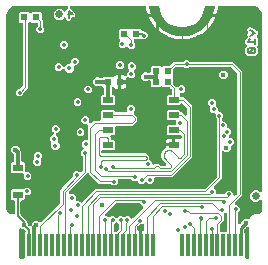
<source format=gbl>
G04 EAGLE Gerber RS-274X export*
G75*
%MOMM*%
%FSLAX34Y34*%
%LPD*%
%INBottom Copper*%
%IPPOS*%
%AMOC8*
5,1,8,0,0,1.08239X$1,22.5*%
G01*
%ADD10C,0.152400*%
%ADD11C,0.127000*%
%ADD12R,0.600000X0.600000*%
%ADD13C,0.635000*%
%ADD14R,0.350000X1.950000*%
%ADD15C,0.352400*%
%ADD16C,0.101600*%
%ADD17R,0.850000X0.500000*%
%ADD18R,0.830000X0.630000*%
%ADD19C,0.406400*%
%ADD20C,0.300000*%
%ADD21C,0.203200*%
%ADD22C,0.114300*%
%ADD23C,0.254000*%
%ADD24C,0.150000*%

G36*
X177534Y213421D02*
X177534Y213421D01*
X177542Y213447D01*
X178236Y217458D01*
X178231Y217496D01*
X178237Y217533D01*
X178224Y217564D01*
X178220Y217596D01*
X178196Y217626D01*
X178180Y217661D01*
X178153Y217679D01*
X178132Y217705D01*
X178095Y217717D01*
X178064Y217738D01*
X178006Y217747D01*
X177999Y217749D01*
X177996Y217748D01*
X177990Y217749D01*
X169990Y217749D01*
X169926Y217731D01*
X169856Y217710D01*
X169855Y217710D01*
X169810Y217658D01*
X169764Y217605D01*
X169764Y217604D01*
X169743Y217533D01*
X169361Y214671D01*
X168542Y211922D01*
X167303Y209336D01*
X165675Y206975D01*
X163697Y204897D01*
X161419Y203155D01*
X158897Y201791D01*
X156191Y200838D01*
X153371Y200320D01*
X150490Y200249D01*
X147609Y200320D01*
X144789Y200838D01*
X142084Y201791D01*
X139561Y203155D01*
X137283Y204897D01*
X135305Y206975D01*
X133677Y209336D01*
X132438Y211922D01*
X131619Y214671D01*
X131579Y214966D01*
X131546Y215215D01*
X131480Y215714D01*
X131446Y215963D01*
X131380Y216461D01*
X131380Y216462D01*
X131347Y216711D01*
X131280Y217209D01*
X131237Y217533D01*
X131206Y217603D01*
X131180Y217661D01*
X131120Y217701D01*
X131064Y217738D01*
X130990Y217749D01*
X130478Y217749D01*
X130469Y217764D01*
X130439Y217792D01*
X130416Y217825D01*
X130324Y217901D01*
X130237Y217982D01*
X130202Y218002D01*
X130171Y218027D01*
X130063Y218078D01*
X129959Y218136D01*
X129920Y218146D01*
X129883Y218163D01*
X129766Y218185D01*
X129651Y218215D01*
X129591Y218219D01*
X129571Y218223D01*
X129570Y218223D01*
X129550Y218221D01*
X129490Y218225D01*
X129372Y218210D01*
X129253Y218203D01*
X129214Y218190D01*
X129174Y218185D01*
X129064Y218142D01*
X128950Y218105D01*
X128916Y218083D01*
X128879Y218068D01*
X128782Y217999D01*
X128682Y217935D01*
X128654Y217905D01*
X128621Y217882D01*
X128545Y217790D01*
X128507Y217749D01*
X122990Y217749D01*
X122952Y217738D01*
X122913Y217737D01*
X122887Y217719D01*
X122856Y217710D01*
X122830Y217681D01*
X122798Y217659D01*
X122785Y217629D01*
X122764Y217605D01*
X122758Y217566D01*
X122743Y217530D01*
X122744Y217474D01*
X122743Y217467D01*
X122744Y217463D01*
X122745Y217456D01*
X123465Y213458D01*
X123469Y213449D01*
X123474Y213423D01*
X124196Y211269D01*
X121442Y211269D01*
X121047Y212489D01*
X120383Y215616D01*
X120248Y216890D01*
X120244Y216908D01*
X120244Y216927D01*
X120217Y217061D01*
X120215Y217072D01*
X120214Y217076D01*
X120212Y217085D01*
X120158Y217285D01*
X120116Y217389D01*
X120081Y217495D01*
X120056Y217535D01*
X120038Y217579D01*
X119971Y217669D01*
X119911Y217764D01*
X119877Y217797D01*
X119849Y217834D01*
X119761Y217905D01*
X119680Y217982D01*
X119638Y218005D01*
X119602Y218035D01*
X119499Y218081D01*
X119401Y218136D01*
X119355Y218147D01*
X119313Y218167D01*
X119202Y218187D01*
X119093Y218215D01*
X119021Y218220D01*
X119000Y218223D01*
X118981Y218222D01*
X118933Y218225D01*
X56501Y218225D01*
X56363Y218208D01*
X56225Y218195D01*
X56206Y218188D01*
X56185Y218185D01*
X56056Y218134D01*
X55925Y218087D01*
X55909Y218076D01*
X55890Y218068D01*
X55777Y217987D01*
X55662Y217909D01*
X55649Y217893D01*
X55632Y217882D01*
X55544Y217775D01*
X55452Y217670D01*
X55443Y217652D01*
X55430Y217637D01*
X55371Y217511D01*
X55307Y217387D01*
X55303Y217367D01*
X55294Y217349D01*
X55268Y217213D01*
X55238Y217077D01*
X55238Y217056D01*
X55234Y217037D01*
X55243Y216898D01*
X55247Y216759D01*
X55253Y216739D01*
X55254Y216719D01*
X55297Y216587D01*
X55336Y216453D01*
X55346Y216436D01*
X55352Y216417D01*
X55426Y216299D01*
X55497Y216179D01*
X55516Y216158D01*
X55522Y216148D01*
X55537Y216134D01*
X55604Y216059D01*
X59945Y211717D01*
X59945Y209928D01*
X58680Y208663D01*
X58036Y208663D01*
X57918Y208648D01*
X57799Y208641D01*
X57761Y208628D01*
X57721Y208623D01*
X57610Y208579D01*
X57497Y208543D01*
X57463Y208521D01*
X57425Y208506D01*
X57329Y208436D01*
X57228Y208372D01*
X57200Y208343D01*
X57168Y208319D01*
X57092Y208228D01*
X57010Y208141D01*
X56991Y208105D01*
X56965Y208074D01*
X56914Y207967D01*
X56857Y207862D01*
X56847Y207823D01*
X56829Y207787D01*
X56807Y207670D01*
X56777Y207554D01*
X56773Y207494D01*
X56770Y207474D01*
X56771Y207454D01*
X56767Y207394D01*
X56767Y206750D01*
X55502Y205485D01*
X53713Y205485D01*
X52448Y206750D01*
X52448Y207075D01*
X52430Y207212D01*
X52417Y207351D01*
X52410Y207370D01*
X52408Y207390D01*
X52357Y207519D01*
X52310Y207651D01*
X52298Y207667D01*
X52291Y207686D01*
X52209Y207799D01*
X52131Y207914D01*
X52116Y207927D01*
X52104Y207943D01*
X51997Y208032D01*
X51893Y208124D01*
X51875Y208133D01*
X51859Y208146D01*
X51733Y208206D01*
X51609Y208269D01*
X51589Y208273D01*
X51571Y208282D01*
X51435Y208308D01*
X51299Y208338D01*
X51279Y208338D01*
X51259Y208342D01*
X51120Y208333D01*
X50981Y208329D01*
X50962Y208323D01*
X50941Y208322D01*
X50809Y208279D01*
X50676Y208240D01*
X50658Y208230D01*
X50639Y208224D01*
X50521Y208149D01*
X50402Y208079D01*
X50381Y208060D01*
X50370Y208054D01*
X50356Y208039D01*
X50281Y207972D01*
X48429Y206120D01*
X44535Y206120D01*
X41782Y208873D01*
X41782Y212767D01*
X44535Y215520D01*
X48429Y215520D01*
X50281Y213668D01*
X50391Y213582D01*
X50498Y213494D01*
X50516Y213485D01*
X50532Y213473D01*
X50660Y213417D01*
X50785Y213358D01*
X50805Y213354D01*
X50824Y213346D01*
X50962Y213324D01*
X51098Y213298D01*
X51118Y213300D01*
X51138Y213296D01*
X51277Y213310D01*
X51415Y213318D01*
X51434Y213324D01*
X51455Y213326D01*
X51586Y213373D01*
X51718Y213416D01*
X51735Y213427D01*
X51754Y213434D01*
X51869Y213512D01*
X51986Y213586D01*
X52000Y213601D01*
X52017Y213612D01*
X52109Y213717D01*
X52204Y213818D01*
X52214Y213836D01*
X52228Y213851D01*
X52291Y213975D01*
X52358Y214096D01*
X52363Y214116D01*
X52372Y214134D01*
X52403Y214270D01*
X52437Y214404D01*
X52439Y214432D01*
X52442Y214444D01*
X52441Y214465D01*
X52448Y214565D01*
X52448Y214895D01*
X53611Y216059D01*
X53696Y216168D01*
X53785Y216275D01*
X53794Y216294D01*
X53806Y216310D01*
X53861Y216438D01*
X53921Y216563D01*
X53924Y216583D01*
X53932Y216602D01*
X53954Y216740D01*
X53980Y216876D01*
X53979Y216896D01*
X53982Y216916D01*
X53969Y217054D01*
X53961Y217193D01*
X53954Y217212D01*
X53952Y217232D01*
X53905Y217363D01*
X53863Y217495D01*
X53852Y217513D01*
X53845Y217532D01*
X53767Y217646D01*
X53692Y217764D01*
X53678Y217778D01*
X53666Y217795D01*
X53562Y217887D01*
X53461Y217982D01*
X53443Y217992D01*
X53428Y218005D01*
X53304Y218068D01*
X53182Y218136D01*
X53163Y218141D01*
X53145Y218150D01*
X53009Y218180D01*
X52874Y218215D01*
X52846Y218217D01*
X52834Y218220D01*
X52814Y218219D01*
X52714Y218225D01*
X10068Y218225D01*
X10053Y218223D01*
X10037Y218225D01*
X9877Y218211D01*
X8080Y217937D01*
X8079Y217937D01*
X8077Y217936D01*
X7920Y217891D01*
X7774Y217850D01*
X7773Y217849D01*
X7771Y217849D01*
X7628Y217776D01*
X4509Y215942D01*
X4444Y215892D01*
X4373Y215850D01*
X4318Y215795D01*
X4257Y215747D01*
X4207Y215683D01*
X4149Y215624D01*
X4065Y215501D01*
X4062Y215496D01*
X4061Y215495D01*
X4058Y215491D01*
X2224Y212372D01*
X2223Y212371D01*
X2222Y212370D01*
X2159Y212222D01*
X2098Y212080D01*
X2098Y212079D01*
X2097Y212077D01*
X2063Y211920D01*
X1789Y210123D01*
X1789Y210107D01*
X1785Y210092D01*
X1775Y209932D01*
X1775Y46078D01*
X1777Y46061D01*
X1775Y46043D01*
X1790Y45883D01*
X1910Y45111D01*
X1946Y44986D01*
X1998Y44806D01*
X1998Y44805D01*
X2071Y44661D01*
X2866Y43314D01*
X2915Y43250D01*
X2956Y43181D01*
X3012Y43125D01*
X3060Y43062D01*
X3124Y43013D01*
X3181Y42956D01*
X3309Y42869D01*
X3311Y42867D01*
X3312Y42867D01*
X3314Y42866D01*
X4661Y42071D01*
X4662Y42071D01*
X4662Y42070D01*
X4799Y42011D01*
X4953Y41945D01*
X4954Y41945D01*
X5111Y41910D01*
X5784Y41805D01*
X5806Y41804D01*
X5879Y41794D01*
X6140Y41773D01*
X6158Y41774D01*
X6205Y41770D01*
X6994Y41748D01*
X7016Y41737D01*
X7081Y41725D01*
X7144Y41703D01*
X7303Y41680D01*
X7785Y41642D01*
X7795Y41643D01*
X7806Y41641D01*
X7954Y41650D01*
X8103Y41657D01*
X8113Y41660D01*
X8123Y41660D01*
X8264Y41706D01*
X8407Y41750D01*
X8416Y41755D01*
X8425Y41758D01*
X8551Y41838D01*
X8678Y41916D01*
X8685Y41923D01*
X8694Y41929D01*
X8795Y42036D01*
X8900Y42144D01*
X8905Y42153D01*
X8912Y42160D01*
X8984Y42290D01*
X9058Y42420D01*
X9061Y42430D01*
X9066Y42439D01*
X9103Y42582D01*
X9142Y42726D01*
X9142Y42737D01*
X9145Y42747D01*
X9155Y42907D01*
X9155Y52056D01*
X9140Y52174D01*
X9133Y52293D01*
X9120Y52331D01*
X9115Y52372D01*
X9072Y52482D01*
X9035Y52595D01*
X9013Y52630D01*
X8998Y52667D01*
X8929Y52763D01*
X8865Y52864D01*
X8835Y52892D01*
X8812Y52925D01*
X8720Y53001D01*
X8633Y53082D01*
X8598Y53102D01*
X8567Y53127D01*
X8459Y53178D01*
X8355Y53236D01*
X8315Y53246D01*
X8279Y53263D01*
X8162Y53285D01*
X8047Y53315D01*
X7987Y53319D01*
X7967Y53323D01*
X7946Y53321D01*
X7886Y53325D01*
X6648Y53325D01*
X5755Y54218D01*
X5755Y61782D01*
X6648Y62675D01*
X15917Y62675D01*
X16015Y62687D01*
X16114Y62690D01*
X16172Y62707D01*
X16232Y62715D01*
X16324Y62751D01*
X16420Y62779D01*
X16472Y62809D01*
X16528Y62832D01*
X16608Y62890D01*
X16693Y62940D01*
X16769Y63006D01*
X16785Y63018D01*
X16793Y63028D01*
X16814Y63046D01*
X18047Y64279D01*
X20769Y64279D01*
X22695Y62353D01*
X22695Y59631D01*
X20769Y57705D01*
X18374Y57705D01*
X18256Y57690D01*
X18137Y57683D01*
X18099Y57670D01*
X18058Y57665D01*
X17948Y57622D01*
X17835Y57585D01*
X17800Y57563D01*
X17763Y57548D01*
X17667Y57479D01*
X17566Y57415D01*
X17538Y57385D01*
X17505Y57362D01*
X17429Y57270D01*
X17348Y57183D01*
X17328Y57148D01*
X17303Y57117D01*
X17252Y57009D01*
X17194Y56905D01*
X17184Y56865D01*
X17167Y56829D01*
X17145Y56712D01*
X17115Y56597D01*
X17111Y56537D01*
X17107Y56517D01*
X17109Y56496D01*
X17105Y56436D01*
X17105Y54218D01*
X16212Y53325D01*
X14974Y53325D01*
X14856Y53310D01*
X14737Y53303D01*
X14699Y53290D01*
X14658Y53285D01*
X14548Y53242D01*
X14435Y53205D01*
X14400Y53183D01*
X14363Y53168D01*
X14267Y53099D01*
X14166Y53035D01*
X14138Y53005D01*
X14105Y52982D01*
X14029Y52890D01*
X13948Y52803D01*
X13928Y52768D01*
X13903Y52737D01*
X13852Y52629D01*
X13794Y52525D01*
X13784Y52485D01*
X13767Y52449D01*
X13745Y52332D01*
X13715Y52217D01*
X13711Y52157D01*
X13707Y52137D01*
X13709Y52116D01*
X13705Y52056D01*
X13705Y42038D01*
X13717Y41940D01*
X13720Y41841D01*
X13737Y41783D01*
X13745Y41722D01*
X13781Y41630D01*
X13809Y41535D01*
X13839Y41483D01*
X13862Y41427D01*
X13920Y41347D01*
X13970Y41261D01*
X14036Y41186D01*
X14048Y41169D01*
X14058Y41162D01*
X14076Y41140D01*
X18775Y36442D01*
X18775Y35781D01*
X18787Y35683D01*
X18790Y35584D01*
X18797Y35560D01*
X18797Y35559D01*
X18799Y35552D01*
X18807Y35526D01*
X18815Y35465D01*
X18851Y35373D01*
X18879Y35278D01*
X18909Y35226D01*
X18932Y35170D01*
X18990Y35090D01*
X19040Y35004D01*
X19106Y34929D01*
X19118Y34912D01*
X19128Y34905D01*
X19146Y34883D01*
X20057Y33973D01*
X20057Y32899D01*
X20074Y32761D01*
X20087Y32622D01*
X20094Y32603D01*
X20097Y32583D01*
X20148Y32454D01*
X20195Y32323D01*
X20206Y32306D01*
X20214Y32287D01*
X20295Y32175D01*
X20373Y32060D01*
X20389Y32046D01*
X20400Y32030D01*
X20508Y31941D01*
X20612Y31849D01*
X20630Y31840D01*
X20645Y31827D01*
X20771Y31768D01*
X20895Y31705D01*
X20915Y31700D01*
X20933Y31692D01*
X21070Y31666D01*
X21205Y31635D01*
X21226Y31636D01*
X21245Y31632D01*
X21384Y31641D01*
X21523Y31645D01*
X21543Y31650D01*
X21563Y31652D01*
X21695Y31694D01*
X21829Y31733D01*
X21846Y31743D01*
X21865Y31750D01*
X21983Y31824D01*
X22103Y31895D01*
X22124Y31913D01*
X22134Y31920D01*
X22148Y31935D01*
X22223Y32001D01*
X23072Y32849D01*
X23132Y32927D01*
X23200Y33000D01*
X23229Y33053D01*
X23266Y33100D01*
X23306Y33191D01*
X23354Y33278D01*
X23369Y33337D01*
X23393Y33392D01*
X23408Y33490D01*
X23433Y33586D01*
X23439Y33686D01*
X23443Y33706D01*
X23441Y33719D01*
X23443Y33747D01*
X23443Y33973D01*
X25527Y36057D01*
X28473Y36057D01*
X29422Y35108D01*
X29516Y35035D01*
X29605Y34956D01*
X29641Y34938D01*
X29673Y34913D01*
X29782Y34866D01*
X29889Y34811D01*
X29928Y34803D01*
X29965Y34787D01*
X30083Y34768D01*
X30199Y34742D01*
X30239Y34743D01*
X30279Y34737D01*
X30398Y34748D01*
X30517Y34751D01*
X30556Y34763D01*
X30596Y34767D01*
X30708Y34807D01*
X30822Y34840D01*
X30857Y34860D01*
X30895Y34874D01*
X30994Y34941D01*
X31096Y35001D01*
X31142Y35041D01*
X31158Y35053D01*
X31172Y35068D01*
X31217Y35108D01*
X46872Y50762D01*
X46932Y50841D01*
X47000Y50913D01*
X47029Y50966D01*
X47066Y51014D01*
X47106Y51104D01*
X47154Y51191D01*
X47169Y51250D01*
X47193Y51305D01*
X47208Y51403D01*
X47233Y51499D01*
X47239Y51599D01*
X47243Y51619D01*
X47241Y51632D01*
X47243Y51660D01*
X47243Y62564D01*
X48806Y64126D01*
X57620Y72940D01*
X57680Y73018D01*
X57748Y73091D01*
X57777Y73144D01*
X57814Y73191D01*
X57854Y73282D01*
X57902Y73369D01*
X57917Y73428D01*
X57941Y73483D01*
X57956Y73581D01*
X57981Y73677D01*
X57987Y73777D01*
X57991Y73797D01*
X57989Y73810D01*
X57991Y73838D01*
X57991Y76495D01*
X59917Y78421D01*
X62639Y78421D01*
X63659Y77401D01*
X63753Y77328D01*
X63843Y77249D01*
X63879Y77231D01*
X63911Y77206D01*
X64020Y77159D01*
X64126Y77105D01*
X64165Y77096D01*
X64202Y77080D01*
X64320Y77061D01*
X64436Y77035D01*
X64476Y77036D01*
X64516Y77030D01*
X64635Y77041D01*
X64754Y77045D01*
X64793Y77056D01*
X64833Y77060D01*
X64945Y77100D01*
X65059Y77133D01*
X65094Y77154D01*
X65132Y77167D01*
X65231Y77234D01*
X65333Y77295D01*
X65379Y77334D01*
X65395Y77346D01*
X65409Y77361D01*
X65454Y77401D01*
X66176Y78122D01*
X66236Y78200D01*
X66304Y78273D01*
X66333Y78326D01*
X66370Y78374D01*
X66410Y78464D01*
X66458Y78551D01*
X66473Y78610D01*
X66497Y78665D01*
X66512Y78763D01*
X66537Y78859D01*
X66543Y78959D01*
X66547Y78979D01*
X66545Y78992D01*
X66547Y79020D01*
X66547Y90331D01*
X66535Y90429D01*
X66532Y90528D01*
X66515Y90586D01*
X66507Y90646D01*
X66471Y90738D01*
X66443Y90834D01*
X66413Y90886D01*
X66390Y90942D01*
X66332Y91022D01*
X66282Y91107D01*
X66216Y91183D01*
X66204Y91199D01*
X66194Y91207D01*
X66176Y91228D01*
X65293Y92111D01*
X65293Y94833D01*
X66971Y96511D01*
X67044Y96606D01*
X67123Y96695D01*
X67141Y96731D01*
X67166Y96763D01*
X67214Y96872D01*
X67268Y96978D01*
X67277Y97017D01*
X67293Y97055D01*
X67311Y97172D01*
X67337Y97288D01*
X67336Y97329D01*
X67342Y97369D01*
X67331Y97487D01*
X67328Y97606D01*
X67316Y97645D01*
X67313Y97685D01*
X67272Y97798D01*
X67239Y97912D01*
X67219Y97946D01*
X67205Y97985D01*
X67138Y98083D01*
X67078Y98186D01*
X67038Y98231D01*
X67026Y98248D01*
X67011Y98261D01*
X66971Y98306D01*
X65547Y99731D01*
X65547Y102453D01*
X67473Y104379D01*
X69533Y104379D01*
X69651Y104394D01*
X69769Y104401D01*
X69808Y104414D01*
X69848Y104419D01*
X69959Y104462D01*
X70072Y104499D01*
X70106Y104521D01*
X70144Y104536D01*
X70240Y104605D01*
X70341Y104669D01*
X70368Y104699D01*
X70401Y104722D01*
X70477Y104814D01*
X70559Y104901D01*
X70578Y104936D01*
X70604Y104967D01*
X70655Y105075D01*
X70712Y105179D01*
X70722Y105219D01*
X70739Y105255D01*
X70762Y105372D01*
X70792Y105487D01*
X70795Y105547D01*
X70799Y105567D01*
X70798Y105588D01*
X70802Y105648D01*
X70802Y116027D01*
X70826Y116084D01*
X70885Y116209D01*
X70889Y116229D01*
X70897Y116248D01*
X70919Y116385D01*
X70945Y116522D01*
X70944Y116542D01*
X70947Y116562D01*
X70934Y116700D01*
X70925Y116839D01*
X70919Y116858D01*
X70917Y116878D01*
X70870Y117010D01*
X70827Y117141D01*
X70817Y117158D01*
X70810Y117178D01*
X70732Y117292D01*
X70657Y117410D01*
X70642Y117424D01*
X70631Y117441D01*
X70527Y117532D01*
X70426Y117628D01*
X70408Y117638D01*
X70393Y117651D01*
X70269Y117714D01*
X70147Y117782D01*
X70128Y117787D01*
X70110Y117796D01*
X69973Y117826D01*
X69839Y117861D01*
X69811Y117863D01*
X69799Y117866D01*
X69779Y117865D01*
X69679Y117871D01*
X67219Y117871D01*
X65293Y119797D01*
X65293Y122519D01*
X67219Y124445D01*
X69941Y124445D01*
X71867Y122519D01*
X71867Y120059D01*
X71884Y119922D01*
X71897Y119783D01*
X71904Y119764D01*
X71907Y119744D01*
X71958Y119615D01*
X72005Y119484D01*
X72016Y119467D01*
X72024Y119448D01*
X72105Y119336D01*
X72183Y119221D01*
X72199Y119207D01*
X72210Y119191D01*
X72317Y119102D01*
X72422Y119010D01*
X72440Y119001D01*
X72455Y118988D01*
X72581Y118929D01*
X72705Y118866D01*
X72725Y118861D01*
X72743Y118853D01*
X72880Y118826D01*
X73015Y118796D01*
X73036Y118797D01*
X73055Y118793D01*
X73194Y118801D01*
X73333Y118806D01*
X73353Y118811D01*
X73373Y118813D01*
X73505Y118855D01*
X73639Y118894D01*
X73656Y118904D01*
X73675Y118911D01*
X73793Y118985D01*
X73913Y119056D01*
X73934Y119074D01*
X73944Y119081D01*
X73958Y119096D01*
X74034Y119162D01*
X74240Y119369D01*
X75840Y120968D01*
X80776Y120968D01*
X80894Y120983D01*
X81013Y120991D01*
X81051Y121003D01*
X81092Y121008D01*
X81202Y121052D01*
X81315Y121089D01*
X81350Y121110D01*
X81387Y121125D01*
X81483Y121195D01*
X81584Y121259D01*
X81612Y121288D01*
X81645Y121312D01*
X81721Y121404D01*
X81802Y121490D01*
X81822Y121526D01*
X81847Y121557D01*
X81898Y121665D01*
X81956Y121769D01*
X81966Y121808D01*
X81983Y121845D01*
X82005Y121961D01*
X82035Y122077D01*
X82039Y122137D01*
X82043Y122157D01*
X82041Y122177D01*
X82045Y122237D01*
X82045Y128862D01*
X82938Y129755D01*
X92702Y129755D01*
X93626Y128830D01*
X93630Y128820D01*
X93635Y128780D01*
X93678Y128669D01*
X93715Y128556D01*
X93737Y128522D01*
X93752Y128484D01*
X93821Y128388D01*
X93885Y128287D01*
X93915Y128260D01*
X93938Y128227D01*
X94030Y128151D01*
X94117Y128069D01*
X94152Y128050D01*
X94183Y128024D01*
X94291Y127973D01*
X94395Y127916D01*
X94435Y127906D01*
X94471Y127889D01*
X94588Y127866D01*
X94703Y127836D01*
X94763Y127833D01*
X94783Y127829D01*
X94804Y127830D01*
X94864Y127826D01*
X102844Y127826D01*
X102962Y127841D01*
X103081Y127849D01*
X103119Y127861D01*
X103160Y127866D01*
X103270Y127910D01*
X103383Y127947D01*
X103418Y127968D01*
X103455Y127983D01*
X103551Y128053D01*
X103652Y128117D01*
X103680Y128146D01*
X103713Y128170D01*
X103789Y128262D01*
X103870Y128348D01*
X103890Y128384D01*
X103915Y128415D01*
X103966Y128523D01*
X104024Y128627D01*
X104034Y128666D01*
X104051Y128703D01*
X104073Y128819D01*
X104103Y128935D01*
X104107Y128995D01*
X104111Y129015D01*
X104109Y129035D01*
X104113Y129095D01*
X104113Y132161D01*
X106039Y134087D01*
X108761Y134087D01*
X110687Y132161D01*
X110687Y129439D01*
X109971Y128723D01*
X109898Y128628D01*
X109819Y128539D01*
X109801Y128503D01*
X109776Y128471D01*
X109729Y128362D01*
X109674Y128256D01*
X109666Y128217D01*
X109650Y128180D01*
X109631Y128062D01*
X109605Y127946D01*
X109606Y127905D01*
X109600Y127865D01*
X109611Y127747D01*
X109614Y127628D01*
X109626Y127589D01*
X109630Y127549D01*
X109670Y127437D01*
X109703Y127322D01*
X109723Y127288D01*
X109737Y127250D01*
X109804Y127151D01*
X109864Y127049D01*
X109904Y127003D01*
X109916Y126986D01*
X109931Y126973D01*
X109971Y126928D01*
X112586Y124312D01*
X112586Y120544D01*
X108818Y116776D01*
X95372Y116776D01*
X95254Y116761D01*
X95135Y116753D01*
X95097Y116741D01*
X95056Y116736D01*
X94946Y116692D01*
X94833Y116655D01*
X94798Y116634D01*
X94761Y116619D01*
X94665Y116549D01*
X94564Y116485D01*
X94536Y116456D01*
X94503Y116432D01*
X94427Y116340D01*
X94346Y116254D01*
X94326Y116218D01*
X94301Y116187D01*
X94250Y116079D01*
X94192Y115975D01*
X94182Y115936D01*
X94165Y115899D01*
X94143Y115783D01*
X94113Y115667D01*
X94109Y115607D01*
X94105Y115587D01*
X94107Y115567D01*
X94103Y115507D01*
X94103Y109688D01*
X92912Y108497D01*
X91079Y108497D01*
X90941Y108480D01*
X90803Y108467D01*
X90784Y108460D01*
X90764Y108457D01*
X90634Y108406D01*
X90504Y108359D01*
X90487Y108348D01*
X90468Y108340D01*
X90356Y108259D01*
X90241Y108181D01*
X90227Y108165D01*
X90211Y108154D01*
X90122Y108046D01*
X90030Y107942D01*
X90021Y107924D01*
X90008Y107909D01*
X89949Y107783D01*
X89886Y107659D01*
X89881Y107639D01*
X89873Y107621D01*
X89847Y107485D01*
X89816Y107348D01*
X89817Y107328D01*
X89813Y107309D01*
X89821Y107170D01*
X89826Y107031D01*
X89831Y107011D01*
X89833Y106991D01*
X89875Y106859D01*
X89914Y106725D01*
X89916Y106722D01*
X89916Y105624D01*
X89931Y105506D01*
X89939Y105387D01*
X89951Y105349D01*
X89956Y105308D01*
X90000Y105198D01*
X90037Y105085D01*
X90058Y105050D01*
X90073Y105013D01*
X90143Y104917D01*
X90207Y104816D01*
X90236Y104788D01*
X90260Y104755D01*
X90352Y104679D01*
X90438Y104598D01*
X90474Y104578D01*
X90505Y104553D01*
X90613Y104502D01*
X90717Y104444D01*
X90756Y104434D01*
X90793Y104417D01*
X90909Y104395D01*
X91025Y104365D01*
X91085Y104361D01*
X91105Y104357D01*
X91125Y104359D01*
X91185Y104355D01*
X92702Y104355D01*
X93595Y103462D01*
X93595Y97198D01*
X92702Y96305D01*
X83375Y96305D01*
X83257Y96290D01*
X83139Y96283D01*
X83100Y96270D01*
X83060Y96265D01*
X82949Y96222D01*
X82836Y96185D01*
X82802Y96163D01*
X82764Y96148D01*
X82668Y96079D01*
X82567Y96015D01*
X82540Y95985D01*
X82507Y95962D01*
X82431Y95870D01*
X82349Y95783D01*
X82330Y95748D01*
X82304Y95717D01*
X82253Y95609D01*
X82196Y95505D01*
X82186Y95465D01*
X82169Y95429D01*
X82146Y95312D01*
X82116Y95197D01*
X82113Y95137D01*
X82109Y95117D01*
X82110Y95096D01*
X82106Y95036D01*
X82106Y94454D01*
X82121Y94336D01*
X82129Y94217D01*
X82141Y94179D01*
X82146Y94139D01*
X82190Y94028D01*
X82227Y93915D01*
X82248Y93881D01*
X82263Y93843D01*
X82333Y93747D01*
X82397Y93646D01*
X82426Y93619D01*
X82450Y93586D01*
X82542Y93510D01*
X82628Y93428D01*
X82664Y93409D01*
X82695Y93383D01*
X82803Y93332D01*
X82907Y93275D01*
X82946Y93265D01*
X82983Y93247D01*
X83099Y93225D01*
X83215Y93195D01*
X83275Y93192D01*
X83295Y93188D01*
X83315Y93189D01*
X83375Y93185D01*
X119882Y93185D01*
X121710Y92130D01*
X122765Y90302D01*
X122765Y88149D01*
X122777Y88051D01*
X122780Y87952D01*
X122797Y87893D01*
X122805Y87833D01*
X122841Y87741D01*
X122869Y87646D01*
X122900Y87594D01*
X122922Y87538D01*
X122980Y87457D01*
X123030Y87372D01*
X123097Y87297D01*
X123109Y87280D01*
X123118Y87272D01*
X123137Y87251D01*
X124699Y85689D01*
X124699Y85007D01*
X124716Y84869D01*
X124729Y84731D01*
X124736Y84712D01*
X124739Y84692D01*
X124790Y84562D01*
X124837Y84432D01*
X124848Y84415D01*
X124856Y84396D01*
X124937Y84284D01*
X125015Y84169D01*
X125031Y84155D01*
X125042Y84139D01*
X125150Y84050D01*
X125254Y83958D01*
X125272Y83949D01*
X125287Y83936D01*
X125413Y83877D01*
X125537Y83814D01*
X125557Y83809D01*
X125575Y83801D01*
X125712Y83774D01*
X125847Y83744D01*
X125868Y83745D01*
X125887Y83741D01*
X126026Y83749D01*
X126165Y83754D01*
X126185Y83759D01*
X126205Y83761D01*
X126337Y83803D01*
X126471Y83842D01*
X126488Y83852D01*
X126507Y83859D01*
X126625Y83933D01*
X126745Y84004D01*
X126766Y84022D01*
X126776Y84029D01*
X126790Y84044D01*
X126866Y84110D01*
X127148Y84392D01*
X130662Y84392D01*
X132069Y82986D01*
X132147Y82925D01*
X132219Y82857D01*
X132272Y82828D01*
X132320Y82791D01*
X132411Y82752D01*
X132497Y82704D01*
X132556Y82689D01*
X132612Y82665D01*
X132710Y82649D01*
X132805Y82624D01*
X132905Y82618D01*
X132926Y82615D01*
X132938Y82616D01*
X132966Y82614D01*
X135957Y82614D01*
X136095Y82632D01*
X136234Y82645D01*
X136253Y82652D01*
X136273Y82654D01*
X136402Y82705D01*
X136533Y82752D01*
X136550Y82764D01*
X136569Y82771D01*
X136681Y82853D01*
X136796Y82931D01*
X136809Y82946D01*
X136826Y82958D01*
X136915Y83065D01*
X137007Y83169D01*
X137016Y83187D01*
X137029Y83203D01*
X137088Y83329D01*
X137151Y83453D01*
X137156Y83472D01*
X137164Y83491D01*
X137190Y83627D01*
X137221Y83763D01*
X137220Y83783D01*
X137224Y83803D01*
X137215Y83941D01*
X137211Y84081D01*
X137206Y84100D01*
X137204Y84120D01*
X137162Y84252D01*
X137123Y84386D01*
X137112Y84404D01*
X137106Y84423D01*
X137032Y84540D01*
X136961Y84660D01*
X136943Y84681D01*
X136936Y84692D01*
X136921Y84706D01*
X136855Y84781D01*
X136163Y85473D01*
X135178Y86458D01*
X135177Y86458D01*
X134322Y87313D01*
X134192Y87444D01*
X133826Y87809D01*
X132837Y91501D01*
X133826Y95192D01*
X134192Y95557D01*
X135173Y96538D01*
X135174Y96539D01*
X135176Y96541D01*
X136158Y97523D01*
X136218Y97601D01*
X136286Y97673D01*
X136315Y97726D01*
X136352Y97774D01*
X136392Y97865D01*
X136440Y97952D01*
X136455Y98010D01*
X136479Y98066D01*
X136494Y98164D01*
X136519Y98260D01*
X136525Y98360D01*
X136529Y98380D01*
X136527Y98392D01*
X136529Y98420D01*
X136529Y99061D01*
X143320Y99061D01*
X143438Y99076D01*
X143557Y99083D01*
X143595Y99095D01*
X143635Y99100D01*
X143746Y99144D01*
X143859Y99181D01*
X143893Y99203D01*
X143931Y99217D01*
X144027Y99287D01*
X144128Y99351D01*
X144128Y99352D01*
X144156Y99381D01*
X144188Y99404D01*
X144189Y99405D01*
X144265Y99497D01*
X144346Y99583D01*
X144366Y99619D01*
X144392Y99650D01*
X144442Y99757D01*
X144500Y99862D01*
X144510Y99901D01*
X144527Y99937D01*
X144549Y100054D01*
X144579Y100170D01*
X144583Y100230D01*
X144587Y100250D01*
X144586Y100270D01*
X144589Y100330D01*
X144589Y105371D01*
X147904Y105371D01*
X148452Y105224D01*
X148577Y105207D01*
X148700Y105183D01*
X148734Y105185D01*
X148767Y105181D01*
X148892Y105195D01*
X149017Y105203D01*
X149049Y105213D01*
X149083Y105217D01*
X149201Y105262D01*
X149320Y105301D01*
X149348Y105319D01*
X149380Y105331D01*
X149483Y105404D01*
X149589Y105471D01*
X149612Y105496D01*
X149639Y105515D01*
X149720Y105611D01*
X149807Y105703D01*
X149823Y105732D01*
X149845Y105758D01*
X149899Y105871D01*
X149960Y105981D01*
X149968Y106014D01*
X149983Y106044D01*
X150008Y106168D01*
X150040Y106289D01*
X150043Y106338D01*
X150046Y106356D01*
X150045Y106378D01*
X150050Y106450D01*
X150050Y107789D01*
X150032Y107927D01*
X150019Y108066D01*
X150012Y108085D01*
X150010Y108105D01*
X149959Y108234D01*
X149912Y108365D01*
X149900Y108382D01*
X149893Y108400D01*
X149811Y108513D01*
X149733Y108628D01*
X149718Y108642D01*
X149706Y108658D01*
X149599Y108747D01*
X149494Y108839D01*
X149477Y108848D01*
X149461Y108861D01*
X149335Y108920D01*
X149211Y108983D01*
X149191Y108988D01*
X149173Y108996D01*
X149037Y109022D01*
X148901Y109053D01*
X148881Y109052D01*
X148861Y109056D01*
X148722Y109047D01*
X148583Y109043D01*
X148564Y109037D01*
X148544Y109036D01*
X148448Y109005D01*
X138438Y109005D01*
X137545Y109898D01*
X137545Y116162D01*
X138438Y117055D01*
X144444Y117055D01*
X144562Y117070D01*
X144681Y117077D01*
X144719Y117090D01*
X144760Y117095D01*
X144870Y117138D01*
X144983Y117175D01*
X145018Y117197D01*
X145055Y117212D01*
X145151Y117281D01*
X145252Y117345D01*
X145280Y117375D01*
X145313Y117398D01*
X145389Y117490D01*
X145470Y117577D01*
X145490Y117612D01*
X145515Y117643D01*
X145566Y117751D01*
X145624Y117855D01*
X145634Y117895D01*
X145651Y117931D01*
X145673Y118048D01*
X145703Y118163D01*
X145707Y118223D01*
X145711Y118243D01*
X145709Y118264D01*
X145713Y118324D01*
X145713Y120436D01*
X145698Y120554D01*
X145691Y120673D01*
X145678Y120711D01*
X145673Y120752D01*
X145630Y120862D01*
X145593Y120975D01*
X145571Y121010D01*
X145556Y121047D01*
X145487Y121143D01*
X145423Y121244D01*
X145393Y121272D01*
X145370Y121305D01*
X145278Y121381D01*
X145191Y121462D01*
X145156Y121482D01*
X145125Y121507D01*
X145017Y121558D01*
X144913Y121616D01*
X144873Y121626D01*
X144837Y121643D01*
X144720Y121665D01*
X144605Y121695D01*
X144545Y121699D01*
X144525Y121703D01*
X144504Y121701D01*
X144444Y121705D01*
X138438Y121705D01*
X137545Y122598D01*
X137545Y128862D01*
X138438Y129755D01*
X148202Y129755D01*
X149126Y128830D01*
X149130Y128820D01*
X149135Y128780D01*
X149178Y128669D01*
X149215Y128556D01*
X149237Y128522D01*
X149252Y128484D01*
X149321Y128388D01*
X149385Y128287D01*
X149415Y128260D01*
X149438Y128227D01*
X149530Y128151D01*
X149617Y128069D01*
X149652Y128050D01*
X149683Y128024D01*
X149791Y127973D01*
X149895Y127916D01*
X149935Y127906D01*
X149971Y127889D01*
X150088Y127866D01*
X150203Y127836D01*
X150263Y127833D01*
X150283Y127829D01*
X150304Y127830D01*
X150364Y127826D01*
X150474Y127826D01*
X152709Y125591D01*
X152819Y125506D01*
X152926Y125418D01*
X152944Y125409D01*
X152960Y125397D01*
X153088Y125341D01*
X153214Y125282D01*
X153233Y125278D01*
X153252Y125270D01*
X153390Y125248D01*
X153526Y125222D01*
X153546Y125224D01*
X153566Y125220D01*
X153705Y125233D01*
X153843Y125242D01*
X153863Y125248D01*
X153883Y125250D01*
X154014Y125297D01*
X154146Y125340D01*
X154163Y125351D01*
X154182Y125358D01*
X154297Y125436D01*
X154415Y125510D01*
X154429Y125525D01*
X154445Y125536D01*
X154537Y125641D01*
X154633Y125742D01*
X154642Y125760D01*
X154656Y125775D01*
X154719Y125899D01*
X154786Y126020D01*
X154791Y126040D01*
X154800Y126058D01*
X154831Y126194D01*
X154866Y126328D01*
X154867Y126356D01*
X154870Y126368D01*
X154869Y126389D01*
X154876Y126489D01*
X154876Y130940D01*
X154863Y131038D01*
X154860Y131137D01*
X154844Y131195D01*
X154836Y131255D01*
X154799Y131348D01*
X154772Y131443D01*
X154741Y131495D01*
X154719Y131551D01*
X154661Y131631D01*
X154610Y131717D01*
X154544Y131792D01*
X154532Y131809D01*
X154523Y131816D01*
X154504Y131837D01*
X150966Y135375D01*
X150872Y135448D01*
X150783Y135527D01*
X150747Y135545D01*
X150715Y135570D01*
X150606Y135617D01*
X150500Y135671D01*
X150460Y135680D01*
X150423Y135696D01*
X150305Y135715D01*
X150190Y135741D01*
X150149Y135740D01*
X150109Y135746D01*
X149991Y135735D01*
X149872Y135731D01*
X149833Y135720D01*
X149793Y135716D01*
X149681Y135676D01*
X149566Y135643D01*
X149531Y135623D01*
X149493Y135609D01*
X149395Y135542D01*
X149292Y135481D01*
X149247Y135442D01*
X149230Y135430D01*
X149217Y135415D01*
X149171Y135375D01*
X148202Y134405D01*
X138438Y134405D01*
X137545Y135298D01*
X137545Y141562D01*
X138438Y142455D01*
X140463Y142455D01*
X140581Y142470D01*
X140699Y142477D01*
X140738Y142490D01*
X140778Y142495D01*
X140889Y142538D01*
X141002Y142575D01*
X141036Y142597D01*
X141074Y142612D01*
X141170Y142681D01*
X141271Y142745D01*
X141298Y142775D01*
X141331Y142798D01*
X141407Y142890D01*
X141489Y142977D01*
X141508Y143012D01*
X141534Y143043D01*
X141585Y143151D01*
X141642Y143255D01*
X141652Y143295D01*
X141669Y143331D01*
X141692Y143448D01*
X141722Y143563D01*
X141725Y143623D01*
X141729Y143643D01*
X141728Y143664D01*
X141732Y143724D01*
X141732Y147098D01*
X141719Y147196D01*
X141716Y147295D01*
X141700Y147353D01*
X141692Y147413D01*
X141655Y147506D01*
X141628Y147601D01*
X141597Y147653D01*
X141575Y147709D01*
X141517Y147789D01*
X141466Y147875D01*
X141400Y147950D01*
X141388Y147967D01*
X141379Y147974D01*
X141360Y147995D01*
X140582Y148774D01*
X140504Y148834D01*
X140432Y148902D01*
X140379Y148931D01*
X140331Y148968D01*
X140240Y149008D01*
X140153Y149056D01*
X140095Y149071D01*
X140039Y149095D01*
X139941Y149110D01*
X139845Y149135D01*
X139745Y149141D01*
X139725Y149145D01*
X139712Y149143D01*
X139684Y149145D01*
X134718Y149145D01*
X134248Y149616D01*
X134154Y149689D01*
X134064Y149768D01*
X134028Y149786D01*
X133996Y149811D01*
X133887Y149858D01*
X133781Y149913D01*
X133742Y149921D01*
X133704Y149937D01*
X133587Y149956D01*
X133471Y149982D01*
X133430Y149981D01*
X133390Y149987D01*
X133272Y149976D01*
X133153Y149973D01*
X133114Y149961D01*
X133074Y149958D01*
X132962Y149917D01*
X132847Y149884D01*
X132812Y149864D01*
X132774Y149850D01*
X132676Y149783D01*
X132573Y149723D01*
X132528Y149683D01*
X132511Y149671D01*
X132498Y149656D01*
X132453Y149616D01*
X131982Y149145D01*
X124718Y149145D01*
X123825Y150038D01*
X123825Y153988D01*
X123810Y154106D01*
X123803Y154225D01*
X123790Y154263D01*
X123785Y154304D01*
X123742Y154414D01*
X123705Y154527D01*
X123683Y154562D01*
X123668Y154599D01*
X123599Y154695D01*
X123535Y154796D01*
X123505Y154824D01*
X123482Y154857D01*
X123390Y154933D01*
X123303Y155014D01*
X123268Y155034D01*
X123237Y155059D01*
X123129Y155110D01*
X123025Y155168D01*
X122985Y155178D01*
X122949Y155195D01*
X122832Y155217D01*
X122717Y155247D01*
X122657Y155251D01*
X122637Y155255D01*
X122616Y155253D01*
X122556Y155257D01*
X122165Y155257D01*
X122067Y155245D01*
X121968Y155242D01*
X121910Y155225D01*
X121849Y155217D01*
X121757Y155181D01*
X121662Y155153D01*
X121610Y155123D01*
X121554Y155100D01*
X121474Y155042D01*
X121388Y154992D01*
X121313Y154926D01*
X121296Y154914D01*
X121289Y154904D01*
X121267Y154886D01*
X121107Y154725D01*
X118161Y154725D01*
X116077Y156809D01*
X116077Y159755D01*
X118161Y161839D01*
X121107Y161839D01*
X121267Y161678D01*
X121346Y161618D01*
X121418Y161550D01*
X121471Y161521D01*
X121519Y161484D01*
X121610Y161444D01*
X121696Y161396D01*
X121755Y161381D01*
X121811Y161357D01*
X121909Y161342D01*
X122004Y161317D01*
X122104Y161311D01*
X122125Y161307D01*
X122137Y161309D01*
X122165Y161307D01*
X122556Y161307D01*
X122674Y161322D01*
X122793Y161329D01*
X122831Y161342D01*
X122872Y161347D01*
X122982Y161390D01*
X123095Y161427D01*
X123130Y161449D01*
X123167Y161464D01*
X123263Y161533D01*
X123364Y161597D01*
X123392Y161627D01*
X123425Y161650D01*
X123501Y161742D01*
X123582Y161829D01*
X123602Y161864D01*
X123627Y161895D01*
X123678Y162003D01*
X123736Y162107D01*
X123746Y162147D01*
X123763Y162183D01*
X123785Y162300D01*
X123815Y162415D01*
X123819Y162475D01*
X123823Y162495D01*
X123821Y162516D01*
X123825Y162576D01*
X123825Y166542D01*
X124718Y167435D01*
X131982Y167435D01*
X132453Y166964D01*
X132547Y166891D01*
X132636Y166812D01*
X132672Y166794D01*
X132704Y166769D01*
X132813Y166721D01*
X132919Y166667D01*
X132958Y166659D01*
X132996Y166643D01*
X133113Y166624D01*
X133229Y166598D01*
X133270Y166599D01*
X133310Y166593D01*
X133428Y166604D01*
X133547Y166607D01*
X133586Y166619D01*
X133626Y166622D01*
X133738Y166663D01*
X133853Y166696D01*
X133888Y166716D01*
X133926Y166730D01*
X134024Y166797D01*
X134127Y166857D01*
X134172Y166897D01*
X134189Y166909D01*
X134202Y166924D01*
X134248Y166964D01*
X134718Y167435D01*
X139474Y167435D01*
X139572Y167447D01*
X139671Y167450D01*
X139730Y167467D01*
X139790Y167475D01*
X139882Y167511D01*
X139977Y167539D01*
X140029Y167569D01*
X140085Y167592D01*
X140166Y167650D01*
X140251Y167700D01*
X140326Y167766D01*
X140343Y167778D01*
X140351Y167788D01*
X140372Y167806D01*
X143308Y170743D01*
X151319Y170743D01*
X151417Y170755D01*
X151516Y170758D01*
X151574Y170775D01*
X151634Y170783D01*
X151726Y170819D01*
X151822Y170847D01*
X151874Y170877D01*
X151930Y170900D01*
X152010Y170958D01*
X152095Y171008D01*
X152171Y171074D01*
X152187Y171086D01*
X152195Y171096D01*
X152216Y171114D01*
X153099Y171997D01*
X155821Y171997D01*
X156704Y171114D01*
X156782Y171054D01*
X156854Y170986D01*
X156907Y170957D01*
X156955Y170920D01*
X157046Y170880D01*
X157133Y170832D01*
X157191Y170817D01*
X157247Y170793D01*
X157345Y170778D01*
X157440Y170753D01*
X157541Y170747D01*
X157561Y170743D01*
X157573Y170745D01*
X157601Y170743D01*
X193522Y170743D01*
X201423Y162842D01*
X201423Y57578D01*
X199860Y56016D01*
X195298Y51453D01*
X195213Y51344D01*
X195124Y51237D01*
X195116Y51218D01*
X195103Y51202D01*
X195048Y51074D01*
X194989Y50949D01*
X194985Y50929D01*
X194977Y50910D01*
X194955Y50772D01*
X194929Y50636D01*
X194930Y50616D01*
X194927Y50596D01*
X194940Y50457D01*
X194949Y50319D01*
X194955Y50300D01*
X194957Y50280D01*
X195004Y50148D01*
X195047Y50017D01*
X195058Y49999D01*
X195064Y49980D01*
X195143Y49865D01*
X195217Y49748D01*
X195232Y49734D01*
X195243Y49717D01*
X195347Y49625D01*
X195449Y49530D01*
X195466Y49520D01*
X195481Y49507D01*
X195606Y49443D01*
X195727Y49376D01*
X195747Y49371D01*
X195765Y49362D01*
X195901Y49332D01*
X196035Y49297D01*
X196063Y49295D01*
X196075Y49292D01*
X196095Y49293D01*
X196196Y49287D01*
X197211Y49287D01*
X199137Y47361D01*
X199137Y44639D01*
X197894Y43396D01*
X197834Y43318D01*
X197766Y43246D01*
X197737Y43193D01*
X197700Y43145D01*
X197660Y43054D01*
X197612Y42967D01*
X197597Y42909D01*
X197573Y42853D01*
X197558Y42755D01*
X197533Y42660D01*
X197527Y42559D01*
X197523Y42539D01*
X197525Y42527D01*
X197523Y42499D01*
X197523Y34359D01*
X197540Y34221D01*
X197553Y34083D01*
X197560Y34064D01*
X197563Y34044D01*
X197614Y33915D01*
X197661Y33784D01*
X197672Y33767D01*
X197680Y33748D01*
X197761Y33636D01*
X197839Y33521D01*
X197855Y33507D01*
X197866Y33491D01*
X197974Y33402D01*
X198078Y33310D01*
X198096Y33301D01*
X198111Y33288D01*
X198237Y33229D01*
X198361Y33165D01*
X198381Y33161D01*
X198399Y33152D01*
X198536Y33126D01*
X198671Y33096D01*
X198692Y33096D01*
X198711Y33093D01*
X198850Y33101D01*
X198989Y33105D01*
X199009Y33111D01*
X199029Y33112D01*
X199161Y33155D01*
X199295Y33194D01*
X199312Y33204D01*
X199331Y33210D01*
X199449Y33285D01*
X199569Y33355D01*
X199590Y33374D01*
X199600Y33381D01*
X199614Y33396D01*
X199689Y33462D01*
X200542Y34314D01*
X200602Y34392D01*
X200670Y34464D01*
X200699Y34517D01*
X200736Y34565D01*
X200776Y34656D01*
X200824Y34743D01*
X200839Y34801D01*
X200863Y34857D01*
X200878Y34955D01*
X200903Y35051D01*
X200909Y35151D01*
X200913Y35171D01*
X200911Y35183D01*
X200913Y35211D01*
X200913Y35763D01*
X202997Y37847D01*
X205943Y37847D01*
X206147Y37643D01*
X206251Y37562D01*
X206353Y37476D01*
X206377Y37465D01*
X206398Y37448D01*
X206520Y37396D01*
X206639Y37338D01*
X206665Y37333D01*
X206690Y37322D01*
X206821Y37301D01*
X206951Y37275D01*
X206977Y37276D01*
X207004Y37272D01*
X207136Y37285D01*
X207268Y37291D01*
X207294Y37299D01*
X207320Y37302D01*
X207445Y37347D01*
X207572Y37386D01*
X207595Y37401D01*
X207620Y37410D01*
X207729Y37484D01*
X207842Y37554D01*
X207861Y37573D01*
X207883Y37588D01*
X207971Y37688D01*
X208063Y37783D01*
X208083Y37815D01*
X208093Y37827D01*
X208103Y37846D01*
X208150Y37918D01*
X209208Y39797D01*
X212143Y41653D01*
X212696Y41692D01*
X212768Y41706D01*
X212840Y41710D01*
X212923Y41737D01*
X212972Y41747D01*
X213791Y41770D01*
X213806Y41772D01*
X213844Y41772D01*
X213876Y41774D01*
X214081Y41789D01*
X214102Y41793D01*
X214187Y41801D01*
X214889Y41910D01*
X215006Y41944D01*
X215194Y41998D01*
X215195Y41998D01*
X215339Y42071D01*
X216686Y42866D01*
X216750Y42915D01*
X216819Y42956D01*
X216875Y43012D01*
X216938Y43060D01*
X216987Y43124D01*
X217044Y43181D01*
X217131Y43309D01*
X217133Y43311D01*
X217133Y43312D01*
X217134Y43314D01*
X217929Y44661D01*
X217929Y44662D01*
X217930Y44662D01*
X217999Y44823D01*
X218055Y44953D01*
X218055Y44954D01*
X218090Y45111D01*
X218210Y45883D01*
X218211Y45900D01*
X218215Y45917D01*
X218225Y46078D01*
X218225Y52559D01*
X218208Y52697D01*
X218195Y52835D01*
X218188Y52854D01*
X218185Y52874D01*
X218134Y53003D01*
X218087Y53134D01*
X218076Y53151D01*
X218068Y53170D01*
X217987Y53282D01*
X217909Y53397D01*
X217893Y53411D01*
X217882Y53427D01*
X217774Y53516D01*
X217670Y53608D01*
X217652Y53617D01*
X217637Y53630D01*
X217511Y53689D01*
X217387Y53752D01*
X217367Y53757D01*
X217349Y53766D01*
X217212Y53792D01*
X217077Y53822D01*
X217056Y53821D01*
X217037Y53825D01*
X216898Y53817D01*
X216759Y53812D01*
X216739Y53807D01*
X216719Y53806D01*
X216587Y53763D01*
X216453Y53724D01*
X216436Y53714D01*
X216417Y53708D01*
X216299Y53633D01*
X216179Y53562D01*
X216158Y53544D01*
X216148Y53537D01*
X216134Y53522D01*
X216059Y53456D01*
X215053Y52450D01*
X211159Y52450D01*
X208406Y55203D01*
X208406Y59097D01*
X211159Y61850D01*
X215053Y61850D01*
X216059Y60844D01*
X216168Y60759D01*
X216275Y60670D01*
X216294Y60661D01*
X216310Y60649D01*
X216437Y60594D01*
X216563Y60534D01*
X216583Y60531D01*
X216602Y60523D01*
X216740Y60501D01*
X216876Y60475D01*
X216896Y60476D01*
X216916Y60473D01*
X217055Y60486D01*
X217193Y60494D01*
X217212Y60501D01*
X217232Y60503D01*
X217364Y60550D01*
X217495Y60592D01*
X217513Y60603D01*
X217532Y60610D01*
X217647Y60688D01*
X217764Y60763D01*
X217778Y60777D01*
X217795Y60789D01*
X217887Y60893D01*
X217982Y60994D01*
X217992Y61012D01*
X218005Y61027D01*
X218069Y61151D01*
X218136Y61273D01*
X218141Y61292D01*
X218150Y61310D01*
X218180Y61446D01*
X218215Y61581D01*
X218217Y61609D01*
X218220Y61621D01*
X218219Y61641D01*
X218225Y61741D01*
X218225Y209932D01*
X218223Y209947D01*
X218225Y209963D01*
X218211Y210123D01*
X217937Y211920D01*
X217937Y211921D01*
X217936Y211923D01*
X217892Y212077D01*
X217850Y212226D01*
X217849Y212227D01*
X217849Y212229D01*
X217776Y212372D01*
X215942Y215491D01*
X215892Y215556D01*
X215850Y215627D01*
X215795Y215682D01*
X215747Y215743D01*
X215683Y215793D01*
X215624Y215851D01*
X215501Y215935D01*
X215496Y215938D01*
X215495Y215939D01*
X215491Y215942D01*
X212372Y217776D01*
X212371Y217777D01*
X212370Y217778D01*
X212223Y217841D01*
X212080Y217902D01*
X212079Y217902D01*
X212077Y217903D01*
X211920Y217937D01*
X210123Y218211D01*
X210107Y218211D01*
X210092Y218215D01*
X209932Y218225D01*
X182047Y218225D01*
X181936Y218211D01*
X181824Y218205D01*
X181779Y218191D01*
X181732Y218185D01*
X181628Y218144D01*
X181520Y218111D01*
X181480Y218086D01*
X181436Y218068D01*
X181345Y218002D01*
X181250Y217943D01*
X181217Y217909D01*
X181179Y217882D01*
X181107Y217795D01*
X181029Y217714D01*
X181006Y217673D01*
X180976Y217637D01*
X180928Y217535D01*
X180873Y217437D01*
X180850Y217368D01*
X180841Y217349D01*
X180837Y217331D01*
X180821Y217285D01*
X180772Y217100D01*
X180769Y217077D01*
X180761Y217054D01*
X180735Y216896D01*
X180611Y215633D01*
X179966Y212492D01*
X179577Y211269D01*
X176828Y211269D01*
X177534Y213411D01*
X177534Y213421D01*
G37*
G36*
X65239Y51555D02*
X65239Y51555D01*
X65358Y51559D01*
X65397Y51570D01*
X65437Y51574D01*
X65549Y51614D01*
X65663Y51647D01*
X65698Y51667D01*
X65736Y51681D01*
X65835Y51748D01*
X65937Y51809D01*
X65983Y51848D01*
X65999Y51860D01*
X66013Y51875D01*
X66058Y51915D01*
X75574Y61430D01*
X77136Y62993D01*
X168812Y62993D01*
X168910Y63005D01*
X169010Y63008D01*
X169068Y63025D01*
X169128Y63033D01*
X169220Y63069D01*
X169315Y63097D01*
X169367Y63127D01*
X169424Y63150D01*
X169504Y63208D01*
X169589Y63258D01*
X169664Y63324D01*
X169681Y63336D01*
X169689Y63346D01*
X169710Y63364D01*
X179714Y73368D01*
X179774Y73447D01*
X179842Y73519D01*
X179871Y73572D01*
X179908Y73620D01*
X179948Y73710D01*
X179996Y73797D01*
X180011Y73856D01*
X180035Y73911D01*
X180050Y74009D01*
X180075Y74105D01*
X180081Y74205D01*
X180085Y74225D01*
X180083Y74238D01*
X180085Y74266D01*
X180085Y122113D01*
X180073Y122211D01*
X180070Y122310D01*
X180064Y122332D01*
X180063Y122342D01*
X180052Y122375D01*
X180045Y122428D01*
X180009Y122520D01*
X179981Y122616D01*
X179966Y122643D01*
X179965Y122644D01*
X179958Y122656D01*
X179951Y122668D01*
X179928Y122724D01*
X179870Y122804D01*
X179820Y122889D01*
X179754Y122965D01*
X179742Y122981D01*
X179732Y122989D01*
X179714Y123010D01*
X178831Y123893D01*
X178831Y126070D01*
X178816Y126188D01*
X178809Y126307D01*
X178796Y126345D01*
X178791Y126386D01*
X178748Y126496D01*
X178711Y126609D01*
X178689Y126644D01*
X178674Y126681D01*
X178605Y126777D01*
X178541Y126878D01*
X178511Y126906D01*
X178488Y126939D01*
X178396Y127015D01*
X178309Y127096D01*
X178274Y127116D01*
X178243Y127141D01*
X178135Y127192D01*
X178031Y127250D01*
X177991Y127260D01*
X177955Y127277D01*
X177838Y127299D01*
X177723Y127329D01*
X177663Y127333D01*
X177643Y127337D01*
X177622Y127335D01*
X177562Y127339D01*
X176069Y127339D01*
X174143Y129265D01*
X174143Y132149D01*
X174153Y132167D01*
X174162Y132206D01*
X174178Y132244D01*
X174196Y132361D01*
X174222Y132477D01*
X174221Y132518D01*
X174227Y132558D01*
X174216Y132676D01*
X174213Y132795D01*
X174201Y132834D01*
X174198Y132874D01*
X174157Y132986D01*
X174124Y133101D01*
X174104Y133136D01*
X174090Y133174D01*
X174023Y133272D01*
X173963Y133375D01*
X173923Y133420D01*
X173911Y133437D01*
X173896Y133450D01*
X173856Y133496D01*
X172713Y134639D01*
X172713Y137361D01*
X174639Y139287D01*
X177361Y139287D01*
X179287Y137361D01*
X179287Y134477D01*
X179277Y134459D01*
X179268Y134420D01*
X179252Y134383D01*
X179234Y134265D01*
X179208Y134149D01*
X179209Y134108D01*
X179203Y134069D01*
X179214Y133950D01*
X179217Y133831D01*
X179229Y133792D01*
X179232Y133752D01*
X179273Y133640D01*
X179306Y133525D01*
X179326Y133491D01*
X179340Y133453D01*
X179407Y133354D01*
X179467Y133251D01*
X179507Y133206D01*
X179518Y133189D01*
X179534Y133176D01*
X179574Y133131D01*
X180717Y131987D01*
X180717Y129810D01*
X180732Y129692D01*
X180739Y129573D01*
X180752Y129535D01*
X180757Y129494D01*
X180800Y129384D01*
X180837Y129271D01*
X180859Y129236D01*
X180874Y129199D01*
X180943Y129103D01*
X181007Y129002D01*
X181037Y128974D01*
X181060Y128941D01*
X181152Y128865D01*
X181239Y128784D01*
X181274Y128764D01*
X181305Y128739D01*
X181413Y128688D01*
X181517Y128630D01*
X181557Y128620D01*
X181593Y128603D01*
X181710Y128581D01*
X181825Y128551D01*
X181885Y128547D01*
X181905Y128543D01*
X181926Y128545D01*
X181986Y128541D01*
X183479Y128541D01*
X185405Y126615D01*
X185405Y123893D01*
X184522Y123010D01*
X184462Y122932D01*
X184394Y122860D01*
X184365Y122807D01*
X184328Y122759D01*
X184288Y122668D01*
X184240Y122581D01*
X184226Y122525D01*
X184213Y122498D01*
X184212Y122492D01*
X184201Y122467D01*
X184186Y122369D01*
X184161Y122274D01*
X184156Y122202D01*
X184153Y122185D01*
X184154Y122171D01*
X184151Y122153D01*
X184153Y122141D01*
X184151Y122113D01*
X184151Y121396D01*
X184166Y121278D01*
X184173Y121159D01*
X184186Y121121D01*
X184191Y121080D01*
X184234Y120970D01*
X184271Y120857D01*
X184293Y120822D01*
X184308Y120785D01*
X184377Y120689D01*
X184441Y120588D01*
X184471Y120560D01*
X184494Y120527D01*
X184586Y120451D01*
X184673Y120370D01*
X184708Y120350D01*
X184739Y120325D01*
X184847Y120274D01*
X184951Y120216D01*
X184991Y120206D01*
X185027Y120189D01*
X185144Y120167D01*
X185259Y120137D01*
X185319Y120133D01*
X185339Y120129D01*
X185360Y120131D01*
X185420Y120127D01*
X186821Y120127D01*
X188747Y118201D01*
X188747Y115816D01*
X188762Y115698D01*
X188769Y115579D01*
X188782Y115541D01*
X188787Y115500D01*
X188830Y115390D01*
X188867Y115277D01*
X188889Y115242D01*
X188904Y115205D01*
X188973Y115109D01*
X189037Y115008D01*
X189067Y114980D01*
X189090Y114947D01*
X189182Y114871D01*
X189269Y114790D01*
X189304Y114770D01*
X189335Y114745D01*
X189443Y114694D01*
X189547Y114636D01*
X189587Y114626D01*
X189623Y114609D01*
X189740Y114587D01*
X189855Y114557D01*
X189877Y114556D01*
X191811Y112621D01*
X191811Y109899D01*
X190490Y108577D01*
X190404Y108468D01*
X190316Y108361D01*
X190307Y108342D01*
X190295Y108326D01*
X190239Y108198D01*
X190180Y108073D01*
X190176Y108053D01*
X190168Y108034D01*
X190146Y107896D01*
X190120Y107760D01*
X190122Y107740D01*
X190118Y107720D01*
X190132Y107581D01*
X190140Y107443D01*
X190146Y107424D01*
X190148Y107404D01*
X190195Y107272D01*
X190238Y107141D01*
X190249Y107123D01*
X190256Y107104D01*
X190334Y106989D01*
X190408Y106872D01*
X190423Y106858D01*
X190434Y106841D01*
X190539Y106749D01*
X190640Y106654D01*
X190658Y106644D01*
X190673Y106631D01*
X190797Y106567D01*
X190918Y106500D01*
X190938Y106495D01*
X190956Y106486D01*
X191092Y106456D01*
X191226Y106421D01*
X191254Y106419D01*
X191266Y106416D01*
X191287Y106417D01*
X191387Y106411D01*
X192139Y106411D01*
X194065Y104485D01*
X194065Y101763D01*
X191888Y99586D01*
X191828Y99508D01*
X191760Y99436D01*
X191731Y99383D01*
X191694Y99335D01*
X191654Y99244D01*
X191606Y99157D01*
X191591Y99099D01*
X191567Y99043D01*
X191552Y98945D01*
X191527Y98850D01*
X191521Y98750D01*
X191517Y98729D01*
X191519Y98717D01*
X191517Y98689D01*
X191517Y96571D01*
X189433Y94487D01*
X186487Y94487D01*
X186318Y94657D01*
X186208Y94742D01*
X186101Y94830D01*
X186082Y94839D01*
X186066Y94851D01*
X185938Y94907D01*
X185813Y94966D01*
X185793Y94970D01*
X185774Y94978D01*
X185636Y95000D01*
X185500Y95026D01*
X185480Y95025D01*
X185460Y95028D01*
X185321Y95015D01*
X185183Y95006D01*
X185164Y95000D01*
X185144Y94998D01*
X185013Y94951D01*
X184881Y94908D01*
X184863Y94897D01*
X184844Y94890D01*
X184730Y94812D01*
X184612Y94738D01*
X184598Y94723D01*
X184581Y94712D01*
X184489Y94608D01*
X184394Y94506D01*
X184384Y94488D01*
X184371Y94473D01*
X184308Y94349D01*
X184240Y94228D01*
X184235Y94208D01*
X184226Y94190D01*
X184196Y94054D01*
X184161Y93920D01*
X184159Y93892D01*
X184156Y93880D01*
X184157Y93859D01*
X184151Y93759D01*
X184151Y72056D01*
X182588Y70494D01*
X177633Y65538D01*
X177560Y65444D01*
X177481Y65355D01*
X177463Y65319D01*
X177438Y65287D01*
X177391Y65178D01*
X177337Y65072D01*
X177328Y65032D01*
X177312Y64995D01*
X177293Y64877D01*
X177267Y64761D01*
X177268Y64721D01*
X177262Y64681D01*
X177273Y64562D01*
X177277Y64444D01*
X177288Y64405D01*
X177292Y64364D01*
X177332Y64252D01*
X177365Y64138D01*
X177386Y64103D01*
X177399Y64065D01*
X177466Y63967D01*
X177527Y63864D01*
X177566Y63819D01*
X177578Y63802D01*
X177593Y63789D01*
X177633Y63743D01*
X179309Y62067D01*
X179309Y59690D01*
X179324Y59572D01*
X179331Y59453D01*
X179344Y59415D01*
X179349Y59374D01*
X179392Y59264D01*
X179429Y59151D01*
X179451Y59116D01*
X179466Y59079D01*
X179535Y58983D01*
X179599Y58882D01*
X179629Y58854D01*
X179652Y58821D01*
X179744Y58745D01*
X179831Y58664D01*
X179866Y58644D01*
X179897Y58619D01*
X180005Y58568D01*
X180109Y58510D01*
X180149Y58500D01*
X180185Y58483D01*
X180302Y58461D01*
X180417Y58431D01*
X180477Y58427D01*
X180497Y58423D01*
X180518Y58425D01*
X180578Y58421D01*
X185944Y58421D01*
X186062Y58436D01*
X186181Y58443D01*
X186219Y58456D01*
X186260Y58461D01*
X186370Y58504D01*
X186483Y58541D01*
X186518Y58563D01*
X186555Y58578D01*
X186651Y58647D01*
X186752Y58711D01*
X186780Y58741D01*
X186813Y58764D01*
X186889Y58856D01*
X186970Y58943D01*
X186990Y58978D01*
X187015Y59009D01*
X187066Y59117D01*
X187124Y59221D01*
X187134Y59261D01*
X187151Y59297D01*
X187173Y59414D01*
X187203Y59529D01*
X187207Y59589D01*
X187211Y59609D01*
X187209Y59630D01*
X187213Y59690D01*
X187213Y59781D01*
X189139Y61707D01*
X191861Y61707D01*
X193787Y59781D01*
X193787Y58756D01*
X193804Y58618D01*
X193817Y58479D01*
X193824Y58460D01*
X193827Y58440D01*
X193878Y58311D01*
X193925Y58180D01*
X193936Y58163D01*
X193944Y58144D01*
X194025Y58032D01*
X194103Y57917D01*
X194119Y57904D01*
X194130Y57887D01*
X194238Y57798D01*
X194342Y57706D01*
X194360Y57697D01*
X194375Y57684D01*
X194501Y57625D01*
X194625Y57562D01*
X194645Y57557D01*
X194663Y57549D01*
X194800Y57523D01*
X194935Y57492D01*
X194956Y57493D01*
X194975Y57489D01*
X195114Y57498D01*
X195253Y57502D01*
X195273Y57507D01*
X195293Y57509D01*
X195425Y57551D01*
X195559Y57590D01*
X195576Y57601D01*
X195595Y57607D01*
X195713Y57681D01*
X195833Y57752D01*
X195854Y57770D01*
X195864Y57777D01*
X195878Y57792D01*
X195953Y57858D01*
X196986Y58890D01*
X197046Y58968D01*
X197114Y59041D01*
X197143Y59094D01*
X197180Y59142D01*
X197220Y59232D01*
X197268Y59319D01*
X197283Y59378D01*
X197307Y59433D01*
X197322Y59531D01*
X197347Y59627D01*
X197353Y59727D01*
X197357Y59747D01*
X197355Y59760D01*
X197357Y59788D01*
X197357Y160632D01*
X197345Y160730D01*
X197342Y160829D01*
X197325Y160888D01*
X197317Y160948D01*
X197281Y161040D01*
X197253Y161135D01*
X197223Y161187D01*
X197200Y161243D01*
X197142Y161324D01*
X197092Y161409D01*
X197026Y161484D01*
X197014Y161501D01*
X197004Y161509D01*
X196986Y161530D01*
X192210Y166306D01*
X192131Y166366D01*
X192059Y166434D01*
X192006Y166463D01*
X191958Y166500D01*
X191868Y166540D01*
X191781Y166588D01*
X191722Y166603D01*
X191667Y166627D01*
X191569Y166642D01*
X191473Y166667D01*
X191373Y166673D01*
X191353Y166677D01*
X191340Y166675D01*
X191312Y166677D01*
X157601Y166677D01*
X157503Y166665D01*
X157404Y166662D01*
X157346Y166645D01*
X157286Y166637D01*
X157194Y166601D01*
X157098Y166573D01*
X157046Y166543D01*
X156990Y166520D01*
X156910Y166462D01*
X156825Y166412D01*
X156749Y166346D01*
X156733Y166334D01*
X156725Y166324D01*
X156704Y166306D01*
X155821Y165423D01*
X153099Y165423D01*
X152216Y166306D01*
X152138Y166366D01*
X152066Y166434D01*
X152013Y166463D01*
X151965Y166500D01*
X151874Y166540D01*
X151787Y166588D01*
X151729Y166603D01*
X151673Y166627D01*
X151575Y166642D01*
X151480Y166667D01*
X151379Y166673D01*
X151359Y166677D01*
X151347Y166675D01*
X151319Y166677D01*
X145518Y166677D01*
X145420Y166665D01*
X145321Y166662D01*
X145262Y166645D01*
X145202Y166637D01*
X145110Y166601D01*
X145015Y166573D01*
X144963Y166543D01*
X144907Y166520D01*
X144826Y166462D01*
X144741Y166412D01*
X144666Y166346D01*
X144649Y166334D01*
X144641Y166324D01*
X144620Y166306D01*
X143246Y164932D01*
X143186Y164853D01*
X143118Y164781D01*
X143089Y164728D01*
X143052Y164680D01*
X143012Y164590D01*
X142964Y164503D01*
X142949Y164444D01*
X142925Y164389D01*
X142910Y164291D01*
X142885Y164195D01*
X142879Y164095D01*
X142875Y164075D01*
X142877Y164062D01*
X142875Y164034D01*
X142875Y159278D01*
X142784Y159187D01*
X142711Y159093D01*
X142632Y159004D01*
X142614Y158968D01*
X142589Y158936D01*
X142542Y158827D01*
X142487Y158721D01*
X142479Y158681D01*
X142463Y158644D01*
X142444Y158527D01*
X142418Y158411D01*
X142419Y158370D01*
X142413Y158330D01*
X142424Y158211D01*
X142427Y158093D01*
X142439Y158054D01*
X142442Y158014D01*
X142483Y157901D01*
X142516Y157787D01*
X142536Y157752D01*
X142550Y157714D01*
X142617Y157616D01*
X142677Y157513D01*
X142717Y157468D01*
X142729Y157451D01*
X142744Y157438D01*
X142784Y157392D01*
X142875Y157302D01*
X142875Y152936D01*
X142887Y152837D01*
X142890Y152738D01*
X142907Y152680D01*
X142915Y152620D01*
X142951Y152528D01*
X142979Y152433D01*
X143009Y152381D01*
X143032Y152324D01*
X143090Y152244D01*
X143140Y152159D01*
X143206Y152083D01*
X143218Y152067D01*
X143228Y152059D01*
X143246Y152038D01*
X145611Y149674D01*
X145705Y149601D01*
X145794Y149522D01*
X145830Y149504D01*
X145862Y149479D01*
X145971Y149432D01*
X146077Y149377D01*
X146117Y149369D01*
X146154Y149353D01*
X146272Y149334D01*
X146388Y149308D01*
X146428Y149309D01*
X146468Y149303D01*
X146587Y149314D01*
X146705Y149317D01*
X146744Y149329D01*
X146785Y149333D01*
X146897Y149373D01*
X147011Y149406D01*
X147046Y149426D01*
X147084Y149440D01*
X147182Y149507D01*
X147285Y149567D01*
X147330Y149607D01*
X147347Y149619D01*
X147360Y149634D01*
X147406Y149674D01*
X148439Y150707D01*
X151161Y150707D01*
X153087Y148781D01*
X153087Y146059D01*
X151161Y144133D01*
X149587Y144133D01*
X149449Y144116D01*
X149311Y144103D01*
X149292Y144096D01*
X149272Y144093D01*
X149143Y144042D01*
X149012Y143995D01*
X148995Y143984D01*
X148976Y143976D01*
X148864Y143895D01*
X148748Y143817D01*
X148735Y143801D01*
X148719Y143790D01*
X148630Y143682D01*
X148538Y143578D01*
X148529Y143560D01*
X148516Y143545D01*
X148457Y143419D01*
X148393Y143295D01*
X148389Y143275D01*
X148380Y143257D01*
X148354Y143120D01*
X148324Y142985D01*
X148324Y142964D01*
X148321Y142945D01*
X148329Y142806D01*
X148333Y142667D01*
X148339Y142647D01*
X148340Y142627D01*
X148383Y142495D01*
X148422Y142361D01*
X148432Y142344D01*
X148438Y142325D01*
X148513Y142207D01*
X148583Y142087D01*
X148602Y142066D01*
X148609Y142056D01*
X148623Y142042D01*
X148690Y141967D01*
X149126Y141530D01*
X149130Y141520D01*
X149135Y141480D01*
X149178Y141369D01*
X149215Y141256D01*
X149237Y141222D01*
X149252Y141184D01*
X149321Y141088D01*
X149385Y140987D01*
X149415Y140960D01*
X149438Y140927D01*
X149530Y140851D01*
X149617Y140769D01*
X149652Y140750D01*
X149683Y140724D01*
X149791Y140673D01*
X149895Y140616D01*
X149935Y140606D01*
X149971Y140589D01*
X150088Y140566D01*
X150203Y140536D01*
X150263Y140533D01*
X150283Y140529D01*
X150304Y140530D01*
X150364Y140526D01*
X151744Y140526D01*
X159068Y133202D01*
X159068Y89810D01*
X142092Y72834D01*
X127746Y72834D01*
X127628Y72819D01*
X127509Y72811D01*
X127471Y72799D01*
X127430Y72794D01*
X127320Y72750D01*
X127207Y72713D01*
X127172Y72692D01*
X127135Y72677D01*
X127039Y72607D01*
X126938Y72543D01*
X126910Y72514D01*
X126877Y72490D01*
X126801Y72398D01*
X126720Y72312D01*
X126700Y72276D01*
X126675Y72245D01*
X126624Y72137D01*
X126566Y72033D01*
X126556Y71994D01*
X126539Y71957D01*
X126517Y71841D01*
X126487Y71725D01*
X126483Y71665D01*
X126479Y71645D01*
X126481Y71625D01*
X126477Y71565D01*
X126477Y69505D01*
X124551Y67579D01*
X121829Y67579D01*
X120785Y68622D01*
X120691Y68695D01*
X120602Y68774D01*
X120566Y68792D01*
X120534Y68817D01*
X120425Y68865D01*
X120319Y68919D01*
X120280Y68928D01*
X120242Y68944D01*
X120125Y68962D01*
X120009Y68988D01*
X119968Y68987D01*
X119928Y68993D01*
X119810Y68982D01*
X119691Y68979D01*
X119652Y68967D01*
X119612Y68964D01*
X119500Y68923D01*
X119385Y68890D01*
X119350Y68870D01*
X119312Y68856D01*
X119214Y68789D01*
X119111Y68729D01*
X119066Y68689D01*
X119049Y68677D01*
X119036Y68662D01*
X118990Y68622D01*
X117947Y67579D01*
X115225Y67579D01*
X113430Y69374D01*
X113335Y69447D01*
X113246Y69526D01*
X113210Y69544D01*
X113178Y69569D01*
X113069Y69616D01*
X112963Y69671D01*
X112924Y69679D01*
X112887Y69695D01*
X112769Y69714D01*
X112653Y69740D01*
X112612Y69739D01*
X112572Y69745D01*
X112454Y69734D01*
X112335Y69730D01*
X112296Y69719D01*
X112256Y69715D01*
X112144Y69675D01*
X112029Y69642D01*
X111995Y69622D01*
X111994Y69621D01*
X108738Y69621D01*
X107167Y71192D01*
X107089Y71253D01*
X107017Y71321D01*
X106964Y71350D01*
X106916Y71387D01*
X106825Y71426D01*
X106739Y71474D01*
X106680Y71489D01*
X106624Y71513D01*
X106526Y71529D01*
X106431Y71554D01*
X106331Y71560D01*
X106310Y71563D01*
X106298Y71562D01*
X106270Y71564D01*
X97520Y71564D01*
X97402Y71549D01*
X97283Y71541D01*
X97245Y71529D01*
X97204Y71524D01*
X97094Y71480D01*
X96981Y71443D01*
X96946Y71422D01*
X96909Y71407D01*
X96813Y71337D01*
X96712Y71273D01*
X96684Y71244D01*
X96651Y71220D01*
X96575Y71128D01*
X96494Y71042D01*
X96474Y71006D01*
X96449Y70975D01*
X96398Y70867D01*
X96340Y70763D01*
X96330Y70724D01*
X96313Y70687D01*
X96291Y70571D01*
X96261Y70455D01*
X96257Y70395D01*
X96253Y70375D01*
X96255Y70355D01*
X96251Y70295D01*
X96251Y67981D01*
X94325Y66055D01*
X91603Y66055D01*
X90530Y67128D01*
X90452Y67189D01*
X90379Y67257D01*
X90326Y67286D01*
X90279Y67323D01*
X90188Y67362D01*
X90101Y67410D01*
X90042Y67425D01*
X89987Y67449D01*
X89889Y67465D01*
X89793Y67490D01*
X89693Y67496D01*
X89673Y67499D01*
X89660Y67498D01*
X89632Y67500D01*
X80158Y67500D01*
X71628Y76030D01*
X71533Y76103D01*
X71444Y76182D01*
X71408Y76200D01*
X71376Y76225D01*
X71267Y76272D01*
X71161Y76326D01*
X71122Y76335D01*
X71084Y76351D01*
X70967Y76370D01*
X70851Y76396D01*
X70810Y76395D01*
X70770Y76401D01*
X70652Y76390D01*
X70533Y76386D01*
X70494Y76375D01*
X70454Y76371D01*
X70342Y76331D01*
X70227Y76298D01*
X70193Y76277D01*
X70154Y76264D01*
X70056Y76197D01*
X69953Y76136D01*
X69908Y76096D01*
X69891Y76085D01*
X69878Y76070D01*
X69833Y76030D01*
X54882Y61079D01*
X54797Y60970D01*
X54708Y60863D01*
X54700Y60844D01*
X54687Y60828D01*
X54632Y60700D01*
X54573Y60575D01*
X54569Y60555D01*
X54561Y60536D01*
X54539Y60398D01*
X54513Y60262D01*
X54514Y60242D01*
X54511Y60222D01*
X54524Y60083D01*
X54533Y59945D01*
X54539Y59926D01*
X54541Y59906D01*
X54588Y59774D01*
X54631Y59643D01*
X54642Y59625D01*
X54648Y59606D01*
X54727Y59491D01*
X54801Y59374D01*
X54816Y59360D01*
X54827Y59343D01*
X54931Y59251D01*
X55033Y59156D01*
X55050Y59146D01*
X55065Y59133D01*
X55189Y59069D01*
X55311Y59002D01*
X55331Y58997D01*
X55349Y58988D01*
X55485Y58958D01*
X55619Y58923D01*
X55647Y58921D01*
X55659Y58918D01*
X55679Y58919D01*
X55780Y58913D01*
X58511Y58913D01*
X60437Y56987D01*
X60437Y54110D01*
X60452Y53992D01*
X60459Y53873D01*
X60472Y53835D01*
X60477Y53794D01*
X60520Y53684D01*
X60557Y53571D01*
X60579Y53536D01*
X60594Y53499D01*
X60663Y53403D01*
X60727Y53302D01*
X60757Y53274D01*
X60780Y53241D01*
X60872Y53165D01*
X60959Y53084D01*
X60994Y53064D01*
X61025Y53039D01*
X61133Y52988D01*
X61237Y52930D01*
X61277Y52920D01*
X61313Y52903D01*
X61430Y52881D01*
X61545Y52851D01*
X61605Y52847D01*
X61625Y52843D01*
X61646Y52845D01*
X61706Y52841D01*
X63337Y52841D01*
X64263Y51915D01*
X64357Y51842D01*
X64447Y51763D01*
X64483Y51745D01*
X64515Y51720D01*
X64624Y51673D01*
X64730Y51619D01*
X64769Y51610D01*
X64806Y51594D01*
X64924Y51575D01*
X65040Y51549D01*
X65080Y51550D01*
X65120Y51544D01*
X65239Y51555D01*
G37*
%LPC*%
G36*
X11601Y141381D02*
X11601Y141381D01*
X9675Y143307D01*
X9675Y146029D01*
X11601Y147955D01*
X12848Y147955D01*
X12946Y147967D01*
X13045Y147970D01*
X13104Y147987D01*
X13164Y147995D01*
X13256Y148031D01*
X13351Y148059D01*
X13403Y148089D01*
X13459Y148112D01*
X13540Y148170D01*
X13625Y148220D01*
X13700Y148286D01*
X13717Y148298D01*
X13725Y148308D01*
X13746Y148326D01*
X15376Y149956D01*
X15436Y150035D01*
X15504Y150107D01*
X15533Y150160D01*
X15570Y150208D01*
X15610Y150298D01*
X15658Y150385D01*
X15673Y150444D01*
X15697Y150499D01*
X15712Y150597D01*
X15737Y150693D01*
X15743Y150793D01*
X15747Y150813D01*
X15745Y150826D01*
X15747Y150854D01*
X15747Y202486D01*
X15732Y202604D01*
X15725Y202723D01*
X15712Y202761D01*
X15707Y202802D01*
X15664Y202912D01*
X15627Y203025D01*
X15605Y203060D01*
X15590Y203097D01*
X15521Y203193D01*
X15457Y203294D01*
X15427Y203322D01*
X15404Y203355D01*
X15312Y203431D01*
X15225Y203512D01*
X15190Y203532D01*
X15159Y203557D01*
X15051Y203608D01*
X14947Y203666D01*
X14907Y203676D01*
X14871Y203693D01*
X14754Y203715D01*
X14639Y203745D01*
X14579Y203749D01*
X14559Y203753D01*
X14538Y203751D01*
X14478Y203755D01*
X13466Y203755D01*
X12573Y204648D01*
X12573Y211912D01*
X13466Y212805D01*
X20730Y212805D01*
X21201Y212334D01*
X21295Y212261D01*
X21384Y212182D01*
X21420Y212164D01*
X21452Y212139D01*
X21561Y212091D01*
X21667Y212037D01*
X21706Y212029D01*
X21744Y212013D01*
X21861Y211994D01*
X21977Y211968D01*
X22018Y211969D01*
X22058Y211963D01*
X22176Y211974D01*
X22295Y211977D01*
X22334Y211989D01*
X22374Y211992D01*
X22486Y212033D01*
X22601Y212066D01*
X22636Y212086D01*
X22674Y212100D01*
X22772Y212167D01*
X22875Y212227D01*
X22920Y212267D01*
X22937Y212279D01*
X22950Y212294D01*
X22996Y212334D01*
X23466Y212805D01*
X30730Y212805D01*
X31623Y211912D01*
X31623Y207156D01*
X31635Y207058D01*
X31638Y206958D01*
X31655Y206900D01*
X31663Y206840D01*
X31699Y206748D01*
X31727Y206653D01*
X31753Y206607D01*
X31754Y206605D01*
X31758Y206599D01*
X31780Y206544D01*
X31838Y206464D01*
X31888Y206379D01*
X31921Y206342D01*
X31924Y206337D01*
X31931Y206330D01*
X31954Y206304D01*
X31966Y206287D01*
X31976Y206279D01*
X31995Y206258D01*
X32513Y205740D01*
X32513Y201261D01*
X32525Y201163D01*
X32528Y201064D01*
X32545Y201006D01*
X32553Y200946D01*
X32589Y200854D01*
X32617Y200758D01*
X32647Y200706D01*
X32670Y200650D01*
X32728Y200570D01*
X32778Y200485D01*
X32844Y200409D01*
X32856Y200393D01*
X32866Y200385D01*
X32884Y200364D01*
X33767Y199481D01*
X33767Y196759D01*
X31841Y194833D01*
X29119Y194833D01*
X27193Y196759D01*
X27193Y199481D01*
X28076Y200364D01*
X28136Y200442D01*
X28204Y200514D01*
X28233Y200567D01*
X28270Y200615D01*
X28310Y200706D01*
X28358Y200793D01*
X28373Y200851D01*
X28397Y200907D01*
X28412Y201005D01*
X28437Y201100D01*
X28443Y201201D01*
X28447Y201221D01*
X28445Y201233D01*
X28447Y201261D01*
X28447Y202486D01*
X28432Y202604D01*
X28425Y202723D01*
X28412Y202761D01*
X28407Y202802D01*
X28364Y202912D01*
X28327Y203025D01*
X28305Y203060D01*
X28290Y203097D01*
X28221Y203193D01*
X28157Y203294D01*
X28127Y203322D01*
X28104Y203355D01*
X28012Y203431D01*
X27925Y203512D01*
X27890Y203532D01*
X27859Y203557D01*
X27751Y203608D01*
X27647Y203666D01*
X27607Y203676D01*
X27571Y203693D01*
X27454Y203715D01*
X27339Y203745D01*
X27279Y203749D01*
X27259Y203753D01*
X27238Y203751D01*
X27178Y203755D01*
X23466Y203755D01*
X22996Y204226D01*
X22902Y204299D01*
X22812Y204378D01*
X22776Y204396D01*
X22744Y204421D01*
X22635Y204468D01*
X22529Y204523D01*
X22490Y204531D01*
X22452Y204547D01*
X22335Y204566D01*
X22219Y204592D01*
X22178Y204591D01*
X22138Y204597D01*
X22020Y204586D01*
X21901Y204583D01*
X21862Y204571D01*
X21822Y204568D01*
X21710Y204527D01*
X21595Y204494D01*
X21560Y204474D01*
X21522Y204460D01*
X21424Y204393D01*
X21321Y204333D01*
X21276Y204293D01*
X21259Y204281D01*
X21246Y204266D01*
X21201Y204226D01*
X20641Y203667D01*
X20543Y203635D01*
X20508Y203613D01*
X20471Y203598D01*
X20375Y203529D01*
X20274Y203465D01*
X20246Y203435D01*
X20213Y203412D01*
X20137Y203320D01*
X20056Y203233D01*
X20036Y203198D01*
X20011Y203167D01*
X19960Y203059D01*
X19902Y202955D01*
X19892Y202915D01*
X19875Y202879D01*
X19853Y202762D01*
X19823Y202647D01*
X19819Y202587D01*
X19815Y202567D01*
X19817Y202546D01*
X19813Y202486D01*
X19813Y148644D01*
X16620Y145452D01*
X16560Y145373D01*
X16492Y145301D01*
X16463Y145248D01*
X16426Y145200D01*
X16386Y145110D01*
X16338Y145023D01*
X16323Y144964D01*
X16299Y144909D01*
X16284Y144811D01*
X16259Y144715D01*
X16253Y144615D01*
X16249Y144595D01*
X16251Y144582D01*
X16249Y144554D01*
X16249Y143307D01*
X14323Y141381D01*
X11601Y141381D01*
G37*
%LPD*%
G36*
X108026Y37954D02*
X108026Y37954D01*
X108145Y37958D01*
X108184Y37969D01*
X108224Y37973D01*
X108336Y38013D01*
X108450Y38046D01*
X108485Y38067D01*
X108523Y38080D01*
X108622Y38147D01*
X108724Y38208D01*
X108770Y38247D01*
X108786Y38259D01*
X108800Y38274D01*
X108845Y38314D01*
X117402Y46871D01*
X117487Y46980D01*
X117576Y47087D01*
X117584Y47106D01*
X117597Y47122D01*
X117652Y47250D01*
X117711Y47375D01*
X117715Y47395D01*
X117723Y47414D01*
X117745Y47552D01*
X117771Y47688D01*
X117770Y47708D01*
X117773Y47728D01*
X117760Y47867D01*
X117751Y48005D01*
X117745Y48024D01*
X117743Y48044D01*
X117696Y48176D01*
X117653Y48307D01*
X117642Y48325D01*
X117636Y48344D01*
X117557Y48459D01*
X117483Y48576D01*
X117468Y48590D01*
X117457Y48607D01*
X117353Y48699D01*
X117251Y48794D01*
X117234Y48804D01*
X117219Y48817D01*
X117095Y48880D01*
X116973Y48948D01*
X116953Y48953D01*
X116935Y48962D01*
X116800Y48992D01*
X114603Y51190D01*
X114524Y51250D01*
X114452Y51318D01*
X114399Y51347D01*
X114351Y51384D01*
X114260Y51424D01*
X114174Y51472D01*
X114115Y51487D01*
X114060Y51511D01*
X113962Y51526D01*
X113866Y51551D01*
X113766Y51557D01*
X113745Y51561D01*
X113733Y51559D01*
X113705Y51561D01*
X95348Y51561D01*
X95250Y51549D01*
X95151Y51546D01*
X95092Y51529D01*
X95032Y51521D01*
X94940Y51485D01*
X94845Y51457D01*
X94793Y51427D01*
X94737Y51404D01*
X94656Y51346D01*
X94571Y51296D01*
X94496Y51230D01*
X94479Y51218D01*
X94471Y51208D01*
X94450Y51190D01*
X85480Y42219D01*
X85395Y42110D01*
X85306Y42003D01*
X85298Y41984D01*
X85285Y41968D01*
X85230Y41840D01*
X85171Y41715D01*
X85167Y41695D01*
X85159Y41676D01*
X85137Y41538D01*
X85111Y41402D01*
X85112Y41382D01*
X85109Y41362D01*
X85122Y41223D01*
X85131Y41085D01*
X85137Y41066D01*
X85139Y41046D01*
X85186Y40914D01*
X85229Y40783D01*
X85240Y40765D01*
X85246Y40746D01*
X85325Y40631D01*
X85399Y40514D01*
X85414Y40500D01*
X85425Y40483D01*
X85529Y40391D01*
X85631Y40296D01*
X85648Y40286D01*
X85663Y40273D01*
X85788Y40209D01*
X85909Y40142D01*
X85929Y40137D01*
X85947Y40128D01*
X86083Y40098D01*
X86217Y40063D01*
X86245Y40061D01*
X86257Y40058D01*
X86277Y40059D01*
X86378Y40053D01*
X86943Y40053D01*
X87751Y39246D01*
X87845Y39173D01*
X87934Y39094D01*
X87970Y39076D01*
X88002Y39051D01*
X88111Y39003D01*
X88217Y38949D01*
X88256Y38940D01*
X88294Y38924D01*
X88411Y38906D01*
X88527Y38880D01*
X88568Y38881D01*
X88608Y38875D01*
X88726Y38886D01*
X88845Y38889D01*
X88884Y38901D01*
X88924Y38904D01*
X89036Y38945D01*
X89151Y38978D01*
X89186Y38998D01*
X89224Y39012D01*
X89322Y39079D01*
X89425Y39139D01*
X89470Y39179D01*
X89487Y39191D01*
X89500Y39206D01*
X89546Y39246D01*
X90333Y40033D01*
X93055Y40033D01*
X94265Y38824D01*
X94359Y38751D01*
X94448Y38672D01*
X94484Y38654D01*
X94516Y38629D01*
X94625Y38581D01*
X94731Y38527D01*
X94770Y38518D01*
X94808Y38502D01*
X94925Y38484D01*
X95041Y38458D01*
X95082Y38459D01*
X95122Y38453D01*
X95240Y38464D01*
X95359Y38467D01*
X95398Y38479D01*
X95438Y38482D01*
X95550Y38523D01*
X95665Y38556D01*
X95700Y38576D01*
X95738Y38590D01*
X95836Y38657D01*
X95939Y38717D01*
X95984Y38757D01*
X96001Y38769D01*
X96014Y38784D01*
X96060Y38824D01*
X97129Y39893D01*
X99851Y39893D01*
X100432Y39312D01*
X100526Y39239D01*
X100616Y39160D01*
X100652Y39141D01*
X100684Y39117D01*
X100793Y39069D01*
X100899Y39015D01*
X100938Y39006D01*
X100976Y38990D01*
X101093Y38972D01*
X101209Y38946D01*
X101250Y38947D01*
X101290Y38941D01*
X101408Y38952D01*
X101527Y38955D01*
X101566Y38967D01*
X101606Y38970D01*
X101719Y39011D01*
X101833Y39044D01*
X101867Y39064D01*
X101906Y39078D01*
X102004Y39145D01*
X102107Y39205D01*
X102152Y39245D01*
X102169Y39257D01*
X102182Y39272D01*
X102227Y39312D01*
X102779Y39863D01*
X105501Y39863D01*
X107050Y38314D01*
X107144Y38241D01*
X107234Y38162D01*
X107270Y38144D01*
X107302Y38119D01*
X107411Y38072D01*
X107517Y38018D01*
X107556Y38009D01*
X107593Y37993D01*
X107711Y37974D01*
X107827Y37948D01*
X107867Y37949D01*
X107907Y37943D01*
X108026Y37954D01*
G37*
%LPC*%
G36*
X82938Y134405D02*
X82938Y134405D01*
X82045Y135298D01*
X82045Y141562D01*
X82938Y142455D01*
X83526Y142455D01*
X83644Y142470D01*
X83763Y142477D01*
X83801Y142490D01*
X83842Y142495D01*
X83952Y142538D01*
X84065Y142575D01*
X84100Y142597D01*
X84137Y142612D01*
X84233Y142681D01*
X84334Y142745D01*
X84362Y142775D01*
X84395Y142798D01*
X84471Y142890D01*
X84552Y142977D01*
X84572Y143012D01*
X84597Y143043D01*
X84648Y143151D01*
X84706Y143255D01*
X84716Y143295D01*
X84733Y143331D01*
X84755Y143448D01*
X84785Y143563D01*
X84789Y143623D01*
X84793Y143643D01*
X84791Y143664D01*
X84795Y143724D01*
X84795Y147903D01*
X84783Y148001D01*
X84780Y148100D01*
X84763Y148158D01*
X84755Y148218D01*
X84719Y148310D01*
X84691Y148405D01*
X84661Y148458D01*
X84638Y148514D01*
X84580Y148594D01*
X84530Y148679D01*
X84464Y148755D01*
X84452Y148771D01*
X84442Y148779D01*
X84424Y148800D01*
X82950Y150274D01*
X82872Y150334D01*
X82800Y150402D01*
X82747Y150431D01*
X82699Y150468D01*
X82608Y150508D01*
X82521Y150556D01*
X82463Y150571D01*
X82407Y150595D01*
X82309Y150610D01*
X82213Y150635D01*
X82113Y150641D01*
X82093Y150645D01*
X82081Y150643D01*
X82053Y150645D01*
X81017Y150645D01*
X80919Y150633D01*
X80820Y150630D01*
X80762Y150613D01*
X80701Y150605D01*
X80609Y150569D01*
X80514Y150541D01*
X80462Y150511D01*
X80406Y150488D01*
X80326Y150430D01*
X80240Y150380D01*
X80226Y150367D01*
X77267Y150367D01*
X75183Y152451D01*
X75183Y155397D01*
X77267Y157481D01*
X80213Y157481D01*
X80627Y157066D01*
X80706Y157006D01*
X80778Y156938D01*
X80831Y156909D01*
X80879Y156872D01*
X80970Y156832D01*
X81056Y156784D01*
X81115Y156769D01*
X81171Y156745D01*
X81269Y156730D01*
X81364Y156705D01*
X81464Y156699D01*
X81485Y156695D01*
X81497Y156697D01*
X81525Y156695D01*
X82053Y156695D01*
X82151Y156707D01*
X82250Y156710D01*
X82308Y156727D01*
X82368Y156735D01*
X82460Y156771D01*
X82555Y156799D01*
X82608Y156829D01*
X82664Y156852D01*
X82744Y156910D01*
X82829Y156960D01*
X82905Y157026D01*
X82921Y157038D01*
X82929Y157048D01*
X82950Y157066D01*
X84078Y158195D01*
X91465Y158195D01*
X91561Y158146D01*
X91600Y158137D01*
X91637Y158121D01*
X91755Y158102D01*
X91871Y158076D01*
X91911Y158077D01*
X91951Y158071D01*
X92070Y158082D01*
X92189Y158086D01*
X92228Y158097D01*
X92268Y158101D01*
X92380Y158141D01*
X92494Y158174D01*
X92529Y158195D01*
X92567Y158208D01*
X92666Y158275D01*
X92768Y158336D01*
X92813Y158376D01*
X92830Y158387D01*
X92844Y158402D01*
X92889Y158442D01*
X93150Y158703D01*
X93729Y159038D01*
X94376Y159211D01*
X96211Y159211D01*
X96211Y153900D01*
X96226Y153782D01*
X96233Y153663D01*
X96235Y153656D01*
X96221Y153600D01*
X96217Y153540D01*
X96213Y153520D01*
X96215Y153500D01*
X96211Y153440D01*
X96211Y148129D01*
X94376Y148129D01*
X93729Y148302D01*
X93150Y148637D01*
X93012Y148775D01*
X92902Y148860D01*
X92795Y148949D01*
X92776Y148958D01*
X92760Y148970D01*
X92633Y149026D01*
X92507Y149085D01*
X92487Y149089D01*
X92468Y149097D01*
X92331Y149118D01*
X92194Y149145D01*
X92174Y149143D01*
X92154Y149147D01*
X92016Y149134D01*
X91877Y149125D01*
X91858Y149119D01*
X91838Y149117D01*
X91707Y149070D01*
X91575Y149027D01*
X91557Y149016D01*
X91538Y149009D01*
X91423Y148931D01*
X91306Y148857D01*
X91292Y148842D01*
X91275Y148831D01*
X91183Y148726D01*
X91088Y148625D01*
X91078Y148607D01*
X91065Y148592D01*
X91002Y148468D01*
X90934Y148347D01*
X90929Y148327D01*
X90920Y148309D01*
X90890Y148172D01*
X90855Y148039D01*
X90853Y148011D01*
X90850Y147999D01*
X90851Y147978D01*
X90845Y147878D01*
X90845Y143724D01*
X90860Y143606D01*
X90867Y143487D01*
X90880Y143449D01*
X90885Y143408D01*
X90928Y143298D01*
X90965Y143185D01*
X90987Y143150D01*
X91002Y143113D01*
X91071Y143017D01*
X91135Y142916D01*
X91165Y142888D01*
X91188Y142855D01*
X91280Y142779D01*
X91367Y142698D01*
X91402Y142678D01*
X91433Y142653D01*
X91541Y142602D01*
X91645Y142544D01*
X91685Y142534D01*
X91721Y142517D01*
X91838Y142495D01*
X91953Y142465D01*
X92013Y142461D01*
X92033Y142457D01*
X92054Y142459D01*
X92114Y142455D01*
X92702Y142455D01*
X93595Y141562D01*
X93595Y135298D01*
X92702Y134405D01*
X82938Y134405D01*
G37*
%LPD*%
%LPC*%
G36*
X106169Y181733D02*
X106169Y181733D01*
X104422Y183479D01*
X104328Y183552D01*
X104239Y183631D01*
X104203Y183649D01*
X104171Y183674D01*
X104062Y183722D01*
X103956Y183776D01*
X103917Y183785D01*
X103879Y183801D01*
X103762Y183819D01*
X103646Y183845D01*
X103605Y183844D01*
X103565Y183850D01*
X103447Y183839D01*
X103328Y183836D01*
X103289Y183824D01*
X103249Y183821D01*
X103137Y183780D01*
X103022Y183747D01*
X102987Y183727D01*
X102949Y183713D01*
X102851Y183646D01*
X102748Y183586D01*
X102703Y183546D01*
X102686Y183534D01*
X102673Y183519D01*
X102627Y183479D01*
X101361Y182213D01*
X98639Y182213D01*
X96713Y184139D01*
X96713Y186861D01*
X97925Y188073D01*
X97998Y188168D01*
X98077Y188257D01*
X98095Y188293D01*
X98120Y188325D01*
X98168Y188434D01*
X98222Y188540D01*
X98230Y188579D01*
X98247Y188617D01*
X98265Y188734D01*
X98291Y188850D01*
X98290Y188891D01*
X98296Y188931D01*
X98285Y189049D01*
X98282Y189168D01*
X98270Y189207D01*
X98267Y189247D01*
X98226Y189359D01*
X98193Y189474D01*
X98173Y189508D01*
X98159Y189547D01*
X98092Y189645D01*
X98032Y189748D01*
X97992Y189793D01*
X97980Y189810D01*
X97965Y189823D01*
X97925Y189868D01*
X97115Y190678D01*
X97115Y197942D01*
X98008Y198835D01*
X105272Y198835D01*
X105742Y198364D01*
X105836Y198291D01*
X105926Y198212D01*
X105962Y198194D01*
X105994Y198169D01*
X106103Y198122D01*
X106209Y198067D01*
X106248Y198059D01*
X106286Y198043D01*
X106403Y198024D01*
X106519Y197998D01*
X106560Y197999D01*
X106600Y197993D01*
X106718Y198004D01*
X106837Y198007D01*
X106876Y198019D01*
X106916Y198022D01*
X107028Y198063D01*
X107143Y198096D01*
X107178Y198116D01*
X107216Y198130D01*
X107314Y198197D01*
X107417Y198257D01*
X107462Y198297D01*
X107479Y198309D01*
X107492Y198324D01*
X107537Y198364D01*
X108008Y198835D01*
X115272Y198835D01*
X116185Y197922D01*
X116187Y197883D01*
X116200Y197845D01*
X116205Y197804D01*
X116248Y197694D01*
X116285Y197581D01*
X116307Y197546D01*
X116322Y197509D01*
X116391Y197413D01*
X116455Y197312D01*
X116485Y197284D01*
X116508Y197251D01*
X116600Y197175D01*
X116687Y197094D01*
X116722Y197074D01*
X116753Y197049D01*
X116861Y196998D01*
X116965Y196940D01*
X117005Y196930D01*
X117041Y196913D01*
X117158Y196891D01*
X117273Y196861D01*
X117333Y196857D01*
X117353Y196853D01*
X117374Y196855D01*
X117434Y196851D01*
X117742Y196851D01*
X118005Y196588D01*
X118083Y196528D01*
X118155Y196460D01*
X118208Y196431D01*
X118256Y196394D01*
X118347Y196354D01*
X118434Y196306D01*
X118492Y196291D01*
X118548Y196267D01*
X118646Y196252D01*
X118741Y196227D01*
X118842Y196221D01*
X118862Y196217D01*
X118874Y196219D01*
X118902Y196217D01*
X119431Y196217D01*
X121357Y194291D01*
X121357Y191569D01*
X119431Y189643D01*
X116683Y189643D01*
X116633Y189687D01*
X116597Y189706D01*
X116565Y189730D01*
X116456Y189777D01*
X116350Y189832D01*
X116310Y189841D01*
X116274Y189857D01*
X116156Y189875D01*
X116040Y189901D01*
X115999Y189900D01*
X115959Y189906D01*
X115841Y189895D01*
X115722Y189892D01*
X115683Y189880D01*
X115643Y189877D01*
X115531Y189836D01*
X115416Y189803D01*
X115386Y189785D01*
X110832Y189785D01*
X110714Y189770D01*
X110595Y189763D01*
X110557Y189750D01*
X110516Y189745D01*
X110406Y189702D01*
X110293Y189665D01*
X110258Y189643D01*
X110221Y189628D01*
X110125Y189559D01*
X110024Y189495D01*
X109996Y189465D01*
X109963Y189442D01*
X109887Y189350D01*
X109806Y189263D01*
X109786Y189228D01*
X109761Y189197D01*
X109710Y189089D01*
X109652Y188985D01*
X109642Y188945D01*
X109625Y188909D01*
X109603Y188792D01*
X109573Y188677D01*
X109569Y188617D01*
X109565Y188597D01*
X109567Y188576D01*
X109563Y188516D01*
X109563Y188161D01*
X109575Y188063D01*
X109578Y187964D01*
X109595Y187906D01*
X109603Y187846D01*
X109639Y187754D01*
X109667Y187658D01*
X109697Y187606D01*
X109720Y187550D01*
X109778Y187470D01*
X109828Y187385D01*
X109894Y187309D01*
X109906Y187293D01*
X109916Y187285D01*
X109934Y187264D01*
X110817Y186381D01*
X110817Y183659D01*
X108891Y181733D01*
X106169Y181733D01*
G37*
%LPD*%
%LPC*%
G36*
X18301Y70667D02*
X18301Y70667D01*
X16375Y72593D01*
X16375Y75056D01*
X16360Y75174D01*
X16353Y75293D01*
X16340Y75331D01*
X16335Y75372D01*
X16292Y75482D01*
X16255Y75595D01*
X16233Y75630D01*
X16218Y75667D01*
X16149Y75763D01*
X16085Y75864D01*
X16055Y75892D01*
X16032Y75925D01*
X15940Y76001D01*
X15853Y76082D01*
X15818Y76102D01*
X15787Y76127D01*
X15679Y76178D01*
X15575Y76236D01*
X15535Y76246D01*
X15499Y76263D01*
X15382Y76285D01*
X15267Y76315D01*
X15207Y76319D01*
X15187Y76323D01*
X15166Y76321D01*
X15106Y76325D01*
X6648Y76325D01*
X5755Y77218D01*
X5755Y84782D01*
X6648Y85675D01*
X7136Y85675D01*
X7254Y85690D01*
X7373Y85697D01*
X7411Y85710D01*
X7452Y85715D01*
X7562Y85758D01*
X7675Y85795D01*
X7710Y85817D01*
X7747Y85832D01*
X7843Y85901D01*
X7944Y85965D01*
X7972Y85995D01*
X8005Y86018D01*
X8081Y86110D01*
X8162Y86197D01*
X8182Y86232D01*
X8207Y86263D01*
X8258Y86371D01*
X8316Y86475D01*
X8326Y86515D01*
X8343Y86551D01*
X8365Y86668D01*
X8395Y86783D01*
X8399Y86843D01*
X8403Y86863D01*
X8401Y86884D01*
X8405Y86944D01*
X8405Y91487D01*
X8393Y91585D01*
X8390Y91684D01*
X8373Y91742D01*
X8365Y91803D01*
X8329Y91895D01*
X8301Y91990D01*
X8271Y92042D01*
X8248Y92098D01*
X8190Y92178D01*
X8140Y92264D01*
X8074Y92339D01*
X8062Y92356D01*
X8052Y92363D01*
X8034Y92385D01*
X5793Y94625D01*
X5793Y97571D01*
X7877Y99655D01*
X10823Y99655D01*
X12907Y97571D01*
X12907Y97345D01*
X12919Y97246D01*
X12922Y97147D01*
X12939Y97089D01*
X12947Y97029D01*
X12983Y96937D01*
X13011Y96842D01*
X13041Y96790D01*
X13064Y96733D01*
X13122Y96653D01*
X13172Y96568D01*
X13238Y96493D01*
X13250Y96476D01*
X13260Y96468D01*
X13278Y96447D01*
X14455Y95271D01*
X14455Y86944D01*
X14470Y86826D01*
X14477Y86707D01*
X14490Y86669D01*
X14495Y86628D01*
X14538Y86518D01*
X14575Y86405D01*
X14597Y86370D01*
X14612Y86333D01*
X14681Y86237D01*
X14745Y86136D01*
X14775Y86108D01*
X14798Y86075D01*
X14890Y85999D01*
X14977Y85918D01*
X15012Y85898D01*
X15043Y85873D01*
X15151Y85822D01*
X15255Y85764D01*
X15295Y85754D01*
X15331Y85737D01*
X15448Y85715D01*
X15563Y85685D01*
X15623Y85681D01*
X15643Y85677D01*
X15664Y85679D01*
X15724Y85675D01*
X16212Y85675D01*
X17105Y84782D01*
X17105Y78510D01*
X17120Y78392D01*
X17127Y78273D01*
X17140Y78235D01*
X17145Y78194D01*
X17188Y78084D01*
X17225Y77971D01*
X17247Y77936D01*
X17262Y77899D01*
X17331Y77803D01*
X17395Y77702D01*
X17425Y77674D01*
X17448Y77641D01*
X17540Y77565D01*
X17627Y77484D01*
X17662Y77464D01*
X17693Y77439D01*
X17801Y77388D01*
X17905Y77330D01*
X17945Y77320D01*
X17981Y77303D01*
X18098Y77281D01*
X18213Y77251D01*
X18273Y77247D01*
X18293Y77243D01*
X18314Y77245D01*
X18374Y77241D01*
X21023Y77241D01*
X22949Y75315D01*
X22949Y72593D01*
X21023Y70667D01*
X18301Y70667D01*
G37*
%LPD*%
%LPC*%
G36*
X206143Y175697D02*
X206143Y175697D01*
X205413Y176426D01*
X203702Y178138D01*
X203702Y182235D01*
X205048Y183582D01*
X205121Y183676D01*
X205200Y183765D01*
X205218Y183801D01*
X205243Y183833D01*
X205291Y183942D01*
X205345Y184048D01*
X205353Y184088D01*
X205370Y184125D01*
X205388Y184243D01*
X205414Y184359D01*
X205413Y184399D01*
X205419Y184439D01*
X205408Y184558D01*
X205405Y184677D01*
X205393Y184715D01*
X205390Y184756D01*
X205349Y184868D01*
X205316Y184982D01*
X205296Y185017D01*
X205282Y185055D01*
X205215Y185153D01*
X205155Y185256D01*
X205115Y185301D01*
X205103Y185318D01*
X205088Y185332D01*
X205048Y185377D01*
X203702Y186723D01*
X203702Y188618D01*
X204738Y189654D01*
X205413Y190329D01*
X205788Y190704D01*
X205834Y190763D01*
X205887Y190816D01*
X205931Y190888D01*
X205983Y190956D01*
X206013Y191024D01*
X206051Y191088D01*
X206076Y191169D01*
X206109Y191248D01*
X206121Y191321D01*
X206143Y191393D01*
X206146Y191477D01*
X206159Y191562D01*
X206152Y191636D01*
X206155Y191710D01*
X206137Y191793D01*
X206130Y191878D01*
X206104Y191948D01*
X206089Y192021D01*
X206026Y192170D01*
X205723Y192776D01*
X206382Y194753D01*
X206384Y194762D01*
X206387Y194771D01*
X206414Y194917D01*
X206444Y195065D01*
X206443Y195074D01*
X206445Y195083D01*
X206435Y195233D01*
X206426Y195383D01*
X206424Y195392D01*
X206423Y195401D01*
X206382Y195556D01*
X205723Y197533D01*
X206570Y199228D01*
X208367Y199827D01*
X213395Y197313D01*
X213404Y197310D01*
X213412Y197305D01*
X213561Y197244D01*
X214266Y197009D01*
X214290Y196973D01*
X214297Y196967D01*
X214302Y196960D01*
X214415Y196861D01*
X214450Y196830D01*
X214687Y196118D01*
X214692Y196109D01*
X214694Y196100D01*
X214756Y195952D01*
X215089Y195287D01*
X215080Y195244D01*
X215081Y195235D01*
X215079Y195226D01*
X215089Y195078D01*
X215092Y195030D01*
X214756Y194358D01*
X214753Y194349D01*
X214748Y194341D01*
X214687Y194192D01*
X214452Y193487D01*
X214416Y193463D01*
X214410Y193456D01*
X214403Y193451D01*
X214305Y193338D01*
X214204Y193226D01*
X214200Y193218D01*
X214194Y193211D01*
X214113Y193072D01*
X214029Y192904D01*
X214004Y192834D01*
X213971Y192767D01*
X213952Y192684D01*
X213924Y192604D01*
X213917Y192530D01*
X213901Y192457D01*
X213904Y192372D01*
X213896Y192287D01*
X213908Y192214D01*
X213911Y192139D01*
X213934Y192057D01*
X213948Y191973D01*
X213978Y191905D01*
X213999Y191834D01*
X214042Y191760D01*
X214077Y191682D01*
X214123Y191624D01*
X214161Y191560D01*
X214267Y191439D01*
X214885Y190821D01*
X214885Y184520D01*
X214640Y184275D01*
X214567Y184181D01*
X214488Y184092D01*
X214470Y184056D01*
X214445Y184024D01*
X214398Y183915D01*
X214343Y183809D01*
X214335Y183769D01*
X214318Y183732D01*
X214300Y183614D01*
X214274Y183498D01*
X214275Y183458D01*
X214269Y183418D01*
X214280Y183299D01*
X214283Y183181D01*
X214295Y183142D01*
X214298Y183101D01*
X214339Y182989D01*
X214372Y182875D01*
X214392Y182840D01*
X214406Y182802D01*
X214473Y182704D01*
X214533Y182601D01*
X214573Y182556D01*
X214585Y182539D01*
X214600Y182526D01*
X214640Y182480D01*
X214885Y182235D01*
X214885Y178138D01*
X212444Y175697D01*
X206143Y175697D01*
G37*
%LPD*%
%LPC*%
G36*
X150489Y189709D02*
X150489Y189709D01*
X150485Y189709D01*
X150476Y189709D01*
X150475Y189709D01*
X150473Y189709D01*
X150043Y189708D01*
X150028Y189709D01*
X149953Y189715D01*
X148863Y189726D01*
X145687Y190090D01*
X142565Y190782D01*
X139532Y191794D01*
X136621Y193115D01*
X133863Y194731D01*
X131286Y196624D01*
X130759Y197104D01*
X130759Y200688D01*
X131800Y199593D01*
X131809Y199588D01*
X131827Y199569D01*
X135023Y197062D01*
X135033Y197058D01*
X135054Y197042D01*
X138580Y195025D01*
X138589Y195022D01*
X138613Y195009D01*
X142394Y193525D01*
X142404Y193524D01*
X142429Y193514D01*
X146385Y192594D01*
X146395Y192594D01*
X146421Y192588D01*
X150469Y192252D01*
X150479Y192254D01*
X150509Y192251D01*
X154567Y192560D01*
X154577Y192564D01*
X154604Y192566D01*
X158573Y193466D01*
X158582Y193471D01*
X158608Y193477D01*
X162403Y194949D01*
X162410Y194955D01*
X162436Y194965D01*
X165974Y196978D01*
X165980Y196985D01*
X166004Y196998D01*
X169209Y199507D01*
X169214Y199515D01*
X169236Y199532D01*
X172038Y202484D01*
X172043Y202492D01*
X172061Y202512D01*
X174401Y205843D01*
X174404Y205852D01*
X174420Y205874D01*
X175854Y208731D01*
X178686Y208731D01*
X178217Y207662D01*
X177709Y206500D01*
X176687Y204706D01*
X176122Y203714D01*
X174860Y201958D01*
X174251Y201110D01*
X172763Y199440D01*
X172118Y198717D01*
X169746Y196560D01*
X167161Y194664D01*
X164391Y193050D01*
X161467Y191735D01*
X158421Y190734D01*
X155287Y190057D01*
X152100Y189713D01*
X151005Y189710D01*
X150957Y189704D01*
X150489Y189709D01*
G37*
%LPD*%
%LPC*%
G36*
X53546Y161559D02*
X53546Y161559D01*
X51319Y163786D01*
X51306Y163890D01*
X51293Y164029D01*
X51286Y164048D01*
X51283Y164068D01*
X51232Y164197D01*
X51185Y164329D01*
X51174Y164345D01*
X51166Y164364D01*
X51085Y164477D01*
X51007Y164592D01*
X50991Y164605D01*
X50980Y164621D01*
X50872Y164710D01*
X50768Y164802D01*
X50750Y164811D01*
X50735Y164824D01*
X50609Y164884D01*
X50485Y164947D01*
X50465Y164951D01*
X50447Y164960D01*
X50311Y164986D01*
X50175Y165016D01*
X50154Y165016D01*
X50135Y165020D01*
X49996Y165011D01*
X49857Y165007D01*
X49837Y165001D01*
X49817Y165000D01*
X49685Y164957D01*
X49551Y164918D01*
X49534Y164908D01*
X49515Y164902D01*
X49397Y164827D01*
X49277Y164757D01*
X49256Y164738D01*
X49246Y164732D01*
X49232Y164717D01*
X49157Y164650D01*
X47335Y162829D01*
X44613Y162829D01*
X42687Y164755D01*
X42687Y167477D01*
X44613Y169403D01*
X47335Y169403D01*
X49415Y167323D01*
X49418Y167316D01*
X49499Y167204D01*
X49577Y167089D01*
X49593Y167075D01*
X49604Y167059D01*
X49712Y166970D01*
X49816Y166878D01*
X49834Y166869D01*
X49849Y166856D01*
X49975Y166797D01*
X50099Y166734D01*
X50119Y166729D01*
X50137Y166721D01*
X50273Y166695D01*
X50409Y166664D01*
X50430Y166665D01*
X50449Y166661D01*
X50588Y166669D01*
X50727Y166674D01*
X50747Y166679D01*
X50767Y166681D01*
X50899Y166723D01*
X51033Y166762D01*
X51050Y166772D01*
X51069Y166779D01*
X51187Y166853D01*
X51307Y166924D01*
X51328Y166942D01*
X51338Y166949D01*
X51352Y166964D01*
X51427Y167030D01*
X53546Y169149D01*
X55134Y169149D01*
X55252Y169164D01*
X55371Y169171D01*
X55409Y169184D01*
X55450Y169189D01*
X55560Y169232D01*
X55673Y169269D01*
X55708Y169291D01*
X55745Y169306D01*
X55841Y169375D01*
X55942Y169439D01*
X55970Y169469D01*
X56003Y169492D01*
X56079Y169584D01*
X56160Y169671D01*
X56180Y169706D01*
X56205Y169737D01*
X56256Y169845D01*
X56314Y169949D01*
X56324Y169989D01*
X56341Y170025D01*
X56363Y170142D01*
X56393Y170257D01*
X56397Y170317D01*
X56401Y170337D01*
X56399Y170358D01*
X56403Y170418D01*
X56403Y172303D01*
X58329Y174229D01*
X61051Y174229D01*
X62977Y172303D01*
X62977Y169581D01*
X61051Y167655D01*
X60182Y167655D01*
X60064Y167640D01*
X59945Y167633D01*
X59907Y167620D01*
X59866Y167615D01*
X59756Y167572D01*
X59643Y167535D01*
X59608Y167513D01*
X59571Y167498D01*
X59475Y167429D01*
X59374Y167365D01*
X59346Y167335D01*
X59313Y167312D01*
X59237Y167220D01*
X59156Y167133D01*
X59136Y167098D01*
X59111Y167067D01*
X59060Y166959D01*
X59002Y166855D01*
X58992Y166815D01*
X58975Y166779D01*
X58953Y166662D01*
X58923Y166547D01*
X58919Y166487D01*
X58915Y166467D01*
X58917Y166446D01*
X58913Y166386D01*
X58913Y163782D01*
X56690Y161559D01*
X53546Y161559D01*
G37*
%LPD*%
%LPC*%
G36*
X41664Y96061D02*
X41664Y96061D01*
X39441Y98284D01*
X39441Y101428D01*
X39534Y101521D01*
X39607Y101615D01*
X39686Y101704D01*
X39704Y101740D01*
X39729Y101772D01*
X39776Y101881D01*
X39831Y101987D01*
X39839Y102027D01*
X39855Y102064D01*
X39874Y102182D01*
X39900Y102298D01*
X39899Y102338D01*
X39905Y102378D01*
X39894Y102496D01*
X39891Y102615D01*
X39879Y102654D01*
X39875Y102695D01*
X39835Y102806D01*
X39802Y102921D01*
X39782Y102956D01*
X39768Y102994D01*
X39701Y103092D01*
X39641Y103195D01*
X39601Y103240D01*
X39589Y103257D01*
X39574Y103270D01*
X39534Y103316D01*
X38673Y104177D01*
X38673Y106899D01*
X40599Y108825D01*
X40683Y108825D01*
X40821Y108842D01*
X40959Y108855D01*
X40978Y108862D01*
X40998Y108865D01*
X41128Y108916D01*
X41259Y108963D01*
X41275Y108974D01*
X41294Y108982D01*
X41407Y109063D01*
X41522Y109141D01*
X41535Y109157D01*
X41551Y109168D01*
X41640Y109276D01*
X41732Y109380D01*
X41741Y109398D01*
X41754Y109413D01*
X41814Y109539D01*
X41877Y109663D01*
X41881Y109683D01*
X41890Y109701D01*
X41916Y109838D01*
X41946Y109973D01*
X41946Y109994D01*
X41950Y110013D01*
X41941Y110152D01*
X41937Y110291D01*
X41931Y110311D01*
X41930Y110331D01*
X41887Y110463D01*
X41848Y110597D01*
X41838Y110614D01*
X41832Y110633D01*
X41757Y110751D01*
X41687Y110871D01*
X41668Y110892D01*
X41662Y110902D01*
X41647Y110916D01*
X41580Y110991D01*
X40333Y112239D01*
X40333Y114961D01*
X42259Y116887D01*
X44981Y116887D01*
X46907Y114961D01*
X46907Y112239D01*
X44981Y110313D01*
X44897Y110313D01*
X44759Y110296D01*
X44621Y110283D01*
X44602Y110276D01*
X44582Y110273D01*
X44452Y110222D01*
X44321Y110175D01*
X44305Y110164D01*
X44286Y110156D01*
X44173Y110075D01*
X44058Y109997D01*
X44045Y109981D01*
X44029Y109970D01*
X43940Y109862D01*
X43848Y109758D01*
X43839Y109740D01*
X43826Y109725D01*
X43766Y109599D01*
X43703Y109475D01*
X43699Y109455D01*
X43690Y109437D01*
X43664Y109300D01*
X43634Y109165D01*
X43634Y109144D01*
X43630Y109125D01*
X43639Y108986D01*
X43643Y108847D01*
X43649Y108827D01*
X43650Y108807D01*
X43693Y108675D01*
X43732Y108541D01*
X43742Y108524D01*
X43748Y108505D01*
X43823Y108386D01*
X43893Y108267D01*
X43912Y108246D01*
X43918Y108236D01*
X43933Y108222D01*
X44000Y108147D01*
X45247Y106899D01*
X45247Y103738D01*
X45259Y103639D01*
X45262Y103540D01*
X45279Y103482D01*
X45287Y103422D01*
X45323Y103330D01*
X45351Y103235D01*
X45381Y103183D01*
X45404Y103126D01*
X45462Y103046D01*
X45512Y102961D01*
X45578Y102886D01*
X45590Y102869D01*
X45600Y102861D01*
X45618Y102840D01*
X47031Y101428D01*
X47031Y98284D01*
X44808Y96061D01*
X41664Y96061D01*
G37*
%LPD*%
G36*
X16064Y4080D02*
X16064Y4080D01*
X16183Y4087D01*
X16221Y4100D01*
X16262Y4105D01*
X16372Y4148D01*
X16485Y4185D01*
X16520Y4207D01*
X16557Y4222D01*
X16653Y4292D01*
X16754Y4355D01*
X16782Y4385D01*
X16815Y4408D01*
X16891Y4500D01*
X16972Y4587D01*
X16992Y4622D01*
X17017Y4653D01*
X17068Y4761D01*
X17126Y4865D01*
X17136Y4905D01*
X17153Y4941D01*
X17175Y5058D01*
X17205Y5173D01*
X17209Y5234D01*
X17213Y5254D01*
X17211Y5274D01*
X17215Y5334D01*
X17215Y25632D01*
X17786Y26202D01*
X17859Y26296D01*
X17938Y26385D01*
X17956Y26421D01*
X17981Y26453D01*
X18028Y26563D01*
X18082Y26669D01*
X18091Y26708D01*
X18107Y26745D01*
X18126Y26863D01*
X18152Y26979D01*
X18151Y27019D01*
X18157Y27059D01*
X18146Y27178D01*
X18142Y27297D01*
X18131Y27336D01*
X18127Y27376D01*
X18087Y27488D01*
X18054Y27602D01*
X18033Y27637D01*
X18020Y27675D01*
X17953Y27774D01*
X17892Y27876D01*
X17852Y27922D01*
X17841Y27938D01*
X17826Y27952D01*
X17786Y27997D01*
X17211Y28572D01*
X17133Y28632D01*
X17061Y28700D01*
X17008Y28729D01*
X16960Y28766D01*
X16869Y28806D01*
X16783Y28854D01*
X16724Y28869D01*
X16668Y28893D01*
X16570Y28908D01*
X16475Y28933D01*
X16375Y28939D01*
X16354Y28943D01*
X16342Y28941D01*
X16314Y28943D01*
X15027Y28943D01*
X14695Y29275D01*
X14586Y29360D01*
X14479Y29448D01*
X14460Y29457D01*
X14444Y29469D01*
X14316Y29525D01*
X14191Y29584D01*
X14171Y29588D01*
X14152Y29596D01*
X14014Y29618D01*
X13878Y29644D01*
X13858Y29643D01*
X13838Y29646D01*
X13699Y29633D01*
X13561Y29624D01*
X13542Y29618D01*
X13522Y29616D01*
X13391Y29569D01*
X13259Y29526D01*
X13241Y29515D01*
X13222Y29508D01*
X13108Y29430D01*
X12990Y29356D01*
X12976Y29341D01*
X12959Y29330D01*
X12867Y29226D01*
X12772Y29124D01*
X12762Y29106D01*
X12749Y29091D01*
X12686Y28968D01*
X12618Y28846D01*
X12613Y28826D01*
X12604Y28808D01*
X12574Y28672D01*
X12539Y28538D01*
X12537Y28510D01*
X12534Y28498D01*
X12535Y28477D01*
X12529Y28377D01*
X12529Y5334D01*
X12544Y5216D01*
X12551Y5097D01*
X12564Y5059D01*
X12569Y5018D01*
X12612Y4908D01*
X12649Y4795D01*
X12671Y4760D01*
X12686Y4723D01*
X12755Y4627D01*
X12819Y4526D01*
X12849Y4498D01*
X12872Y4465D01*
X12964Y4390D01*
X13051Y4308D01*
X13086Y4288D01*
X13117Y4263D01*
X13225Y4212D01*
X13329Y4154D01*
X13369Y4144D01*
X13405Y4127D01*
X13522Y4105D01*
X13637Y4075D01*
X13697Y4071D01*
X13717Y4067D01*
X13738Y4069D01*
X13798Y4065D01*
X15946Y4065D01*
X16064Y4080D01*
G37*
G36*
X206320Y4080D02*
X206320Y4080D01*
X206439Y4087D01*
X206477Y4100D01*
X206518Y4105D01*
X206628Y4148D01*
X206741Y4185D01*
X206776Y4207D01*
X206813Y4222D01*
X206909Y4291D01*
X207010Y4355D01*
X207038Y4385D01*
X207071Y4408D01*
X207147Y4500D01*
X207228Y4587D01*
X207248Y4622D01*
X207273Y4653D01*
X207324Y4761D01*
X207382Y4865D01*
X207392Y4905D01*
X207409Y4941D01*
X207431Y5058D01*
X207461Y5173D01*
X207465Y5233D01*
X207469Y5253D01*
X207467Y5274D01*
X207471Y5334D01*
X207471Y29464D01*
X207456Y29582D01*
X207449Y29701D01*
X207436Y29739D01*
X207431Y29780D01*
X207388Y29890D01*
X207351Y30003D01*
X207329Y30038D01*
X207314Y30075D01*
X207245Y30171D01*
X207181Y30272D01*
X207151Y30300D01*
X207128Y30333D01*
X207036Y30409D01*
X206949Y30490D01*
X206914Y30510D01*
X206883Y30535D01*
X206775Y30586D01*
X206671Y30644D01*
X206631Y30654D01*
X206595Y30671D01*
X206478Y30693D01*
X206363Y30723D01*
X206303Y30727D01*
X206283Y30731D01*
X206262Y30729D01*
X206202Y30733D01*
X205391Y30733D01*
X205293Y30721D01*
X205194Y30718D01*
X205136Y30701D01*
X205076Y30693D01*
X204984Y30657D01*
X204889Y30629D01*
X204836Y30599D01*
X204780Y30576D01*
X204700Y30518D01*
X204615Y30468D01*
X204539Y30402D01*
X204523Y30390D01*
X204515Y30380D01*
X204514Y30379D01*
X204509Y30375D01*
X204506Y30372D01*
X204494Y30362D01*
X203656Y29524D01*
X203596Y29446D01*
X203528Y29374D01*
X203499Y29321D01*
X203462Y29273D01*
X203422Y29182D01*
X203374Y29095D01*
X203359Y29037D01*
X203335Y28981D01*
X203320Y28883D01*
X203295Y28787D01*
X203289Y28687D01*
X203285Y28667D01*
X203287Y28655D01*
X203285Y28627D01*
X203285Y26637D01*
X203297Y26539D01*
X203300Y26440D01*
X203317Y26382D01*
X203325Y26322D01*
X203361Y26230D01*
X203389Y26135D01*
X203419Y26082D01*
X203442Y26026D01*
X203500Y25946D01*
X203550Y25861D01*
X203616Y25785D01*
X203628Y25769D01*
X203638Y25761D01*
X203656Y25740D01*
X203765Y25632D01*
X203765Y5334D01*
X203780Y5216D01*
X203787Y5097D01*
X203800Y5059D01*
X203805Y5018D01*
X203848Y4908D01*
X203885Y4795D01*
X203907Y4760D01*
X203922Y4723D01*
X203991Y4627D01*
X204055Y4526D01*
X204085Y4498D01*
X204108Y4465D01*
X204200Y4389D01*
X204287Y4308D01*
X204322Y4288D01*
X204353Y4263D01*
X204461Y4212D01*
X204565Y4154D01*
X204605Y4144D01*
X204641Y4127D01*
X204758Y4105D01*
X204873Y4075D01*
X204933Y4071D01*
X204953Y4067D01*
X204974Y4069D01*
X205034Y4065D01*
X206202Y4065D01*
X206320Y4080D01*
G37*
%LPC*%
G36*
X99209Y155169D02*
X99209Y155169D01*
X99209Y159211D01*
X101044Y159211D01*
X101691Y159038D01*
X102251Y158714D01*
X102373Y158663D01*
X102493Y158606D01*
X102520Y158601D01*
X102545Y158591D01*
X102676Y158571D01*
X102806Y158546D01*
X102832Y158548D01*
X102859Y158544D01*
X102991Y158558D01*
X103123Y158566D01*
X103149Y158574D01*
X103175Y158577D01*
X103300Y158623D01*
X103425Y158664D01*
X103448Y158679D01*
X103474Y158688D01*
X103582Y158763D01*
X103694Y158834D01*
X103713Y158854D01*
X103735Y158869D01*
X103821Y158969D01*
X103912Y159066D01*
X103925Y159090D01*
X103943Y159110D01*
X104002Y159229D01*
X104066Y159344D01*
X104072Y159371D01*
X104084Y159395D01*
X104112Y159525D01*
X104145Y159652D01*
X104147Y159690D01*
X104151Y159706D01*
X104150Y159728D01*
X104155Y159813D01*
X104155Y161635D01*
X105452Y162932D01*
X105525Y163027D01*
X105604Y163116D01*
X105622Y163152D01*
X105647Y163184D01*
X105695Y163293D01*
X105749Y163399D01*
X105758Y163438D01*
X105774Y163476D01*
X105792Y163593D01*
X105818Y163709D01*
X105817Y163750D01*
X105823Y163790D01*
X105812Y163908D01*
X105809Y164027D01*
X105797Y164066D01*
X105794Y164106D01*
X105753Y164219D01*
X105720Y164333D01*
X105700Y164367D01*
X105686Y164406D01*
X105619Y164504D01*
X105559Y164607D01*
X105519Y164652D01*
X105507Y164669D01*
X105492Y164682D01*
X105452Y164727D01*
X104663Y165517D01*
X104663Y168239D01*
X106589Y170165D01*
X109311Y170165D01*
X111237Y168239D01*
X111237Y165517D01*
X109940Y164219D01*
X109867Y164125D01*
X109788Y164036D01*
X109770Y164000D01*
X109745Y163968D01*
X109697Y163859D01*
X109643Y163753D01*
X109634Y163714D01*
X109618Y163676D01*
X109600Y163559D01*
X109574Y163443D01*
X109575Y163402D01*
X109569Y163362D01*
X109580Y163244D01*
X109583Y163125D01*
X109595Y163086D01*
X109598Y163046D01*
X109639Y162934D01*
X109672Y162819D01*
X109692Y162784D01*
X109706Y162746D01*
X109773Y162648D01*
X109833Y162545D01*
X109873Y162500D01*
X109885Y162483D01*
X109900Y162470D01*
X109940Y162424D01*
X110729Y161635D01*
X110729Y158913D01*
X108803Y156987D01*
X106081Y156987D01*
X105417Y157650D01*
X105308Y157735D01*
X105201Y157824D01*
X105182Y157833D01*
X105166Y157845D01*
X105039Y157901D01*
X104913Y157960D01*
X104893Y157964D01*
X104874Y157972D01*
X104736Y157994D01*
X104600Y158020D01*
X104580Y158018D01*
X104560Y158022D01*
X104421Y158008D01*
X104283Y158000D01*
X104264Y157994D01*
X104244Y157992D01*
X104112Y157945D01*
X103981Y157902D01*
X103963Y157891D01*
X103944Y157884D01*
X103829Y157806D01*
X103712Y157732D01*
X103698Y157717D01*
X103681Y157706D01*
X103589Y157601D01*
X103494Y157500D01*
X103484Y157482D01*
X103471Y157467D01*
X103408Y157343D01*
X103340Y157222D01*
X103335Y157202D01*
X103326Y157184D01*
X103296Y157048D01*
X103261Y156914D01*
X103259Y156886D01*
X103256Y156874D01*
X103257Y156853D01*
X103251Y156753D01*
X103251Y155169D01*
X99209Y155169D01*
G37*
%LPD*%
G36*
X187306Y26540D02*
X187306Y26540D01*
X187425Y26547D01*
X187463Y26560D01*
X187504Y26565D01*
X187614Y26608D01*
X187727Y26645D01*
X187762Y26667D01*
X187799Y26682D01*
X187895Y26751D01*
X187996Y26815D01*
X188024Y26845D01*
X188057Y26868D01*
X188133Y26960D01*
X188214Y27047D01*
X188234Y27082D01*
X188259Y27113D01*
X188310Y27221D01*
X188368Y27325D01*
X188378Y27365D01*
X188395Y27401D01*
X188417Y27518D01*
X188447Y27633D01*
X188451Y27693D01*
X188455Y27713D01*
X188453Y27734D01*
X188457Y27794D01*
X188457Y41531D01*
X188440Y41669D01*
X188427Y41807D01*
X188420Y41826D01*
X188417Y41846D01*
X188366Y41976D01*
X188319Y42107D01*
X188308Y42123D01*
X188300Y42142D01*
X188219Y42254D01*
X188141Y42370D01*
X188125Y42383D01*
X188114Y42399D01*
X188006Y42488D01*
X187902Y42580D01*
X187884Y42589D01*
X187869Y42602D01*
X187743Y42661D01*
X187619Y42725D01*
X187599Y42729D01*
X187581Y42738D01*
X187445Y42764D01*
X187309Y42794D01*
X187288Y42794D01*
X187269Y42798D01*
X187130Y42789D01*
X186991Y42785D01*
X186971Y42779D01*
X186951Y42778D01*
X186819Y42735D01*
X186685Y42696D01*
X186668Y42686D01*
X186649Y42680D01*
X186531Y42605D01*
X186411Y42535D01*
X186390Y42516D01*
X186380Y42510D01*
X186366Y42495D01*
X186290Y42428D01*
X185968Y42106D01*
X185908Y42028D01*
X185840Y41956D01*
X185811Y41903D01*
X185774Y41855D01*
X185734Y41764D01*
X185686Y41677D01*
X185671Y41619D01*
X185647Y41563D01*
X185632Y41465D01*
X185607Y41370D01*
X185601Y41269D01*
X185597Y41249D01*
X185599Y41237D01*
X185597Y41209D01*
X185597Y35975D01*
X182894Y33272D01*
X182834Y33194D01*
X182766Y33122D01*
X182737Y33069D01*
X182700Y33021D01*
X182660Y32930D01*
X182612Y32844D01*
X182597Y32785D01*
X182573Y32729D01*
X182558Y32631D01*
X182533Y32536D01*
X182527Y32436D01*
X182523Y32415D01*
X182525Y32403D01*
X182523Y32375D01*
X182523Y27794D01*
X182538Y27676D01*
X182545Y27557D01*
X182558Y27519D01*
X182563Y27478D01*
X182606Y27368D01*
X182643Y27255D01*
X182665Y27220D01*
X182680Y27183D01*
X182749Y27087D01*
X182813Y26986D01*
X182843Y26958D01*
X182866Y26925D01*
X182958Y26849D01*
X183045Y26768D01*
X183080Y26748D01*
X183111Y26723D01*
X183219Y26672D01*
X183323Y26614D01*
X183363Y26604D01*
X183399Y26587D01*
X183516Y26565D01*
X183631Y26535D01*
X183691Y26531D01*
X183711Y26527D01*
X183732Y26529D01*
X183792Y26525D01*
X187188Y26525D01*
X187306Y26540D01*
G37*
%LPC*%
G36*
X26639Y82713D02*
X26639Y82713D01*
X24713Y84639D01*
X24713Y87361D01*
X25204Y87853D01*
X25277Y87947D01*
X25356Y88036D01*
X25375Y88072D01*
X25399Y88104D01*
X25447Y88213D01*
X25501Y88319D01*
X25510Y88359D01*
X25526Y88396D01*
X25544Y88513D01*
X25570Y88629D01*
X25569Y88670D01*
X25575Y88710D01*
X25564Y88829D01*
X25561Y88947D01*
X25549Y88986D01*
X25546Y89026D01*
X25505Y89138D01*
X25472Y89253D01*
X25452Y89288D01*
X25438Y89326D01*
X25371Y89424D01*
X25311Y89527D01*
X25271Y89572D01*
X25259Y89589D01*
X25244Y89602D01*
X25213Y89637D01*
X25213Y92361D01*
X27139Y94287D01*
X29861Y94287D01*
X31787Y92361D01*
X31787Y89639D01*
X31296Y89148D01*
X31223Y89054D01*
X31144Y88964D01*
X31126Y88928D01*
X31101Y88896D01*
X31053Y88787D01*
X30999Y88681D01*
X30990Y88642D01*
X30974Y88604D01*
X30956Y88487D01*
X30930Y88371D01*
X30931Y88330D01*
X30925Y88290D01*
X30936Y88172D01*
X30939Y88053D01*
X30951Y88014D01*
X30954Y87974D01*
X30995Y87862D01*
X31028Y87747D01*
X31048Y87712D01*
X31062Y87674D01*
X31129Y87576D01*
X31189Y87473D01*
X31229Y87428D01*
X31241Y87411D01*
X31256Y87398D01*
X31287Y87363D01*
X31287Y84639D01*
X29361Y82713D01*
X26639Y82713D01*
G37*
%LPD*%
G36*
X115608Y13996D02*
X115608Y13996D01*
X115727Y14003D01*
X115765Y14016D01*
X115806Y14021D01*
X115916Y14065D01*
X116030Y14101D01*
X116064Y14123D01*
X116101Y14138D01*
X116198Y14208D01*
X116298Y14272D01*
X116326Y14301D01*
X116359Y14325D01*
X116435Y14417D01*
X116516Y14503D01*
X116536Y14539D01*
X116562Y14570D01*
X116612Y14677D01*
X116670Y14782D01*
X116680Y14821D01*
X116697Y14857D01*
X116719Y14974D01*
X116749Y15090D01*
X116753Y15150D01*
X116757Y15170D01*
X116756Y15190D01*
X116759Y15250D01*
X116759Y27541D01*
X117188Y27541D01*
X117306Y27556D01*
X117425Y27563D01*
X117463Y27576D01*
X117504Y27581D01*
X117614Y27624D01*
X117727Y27661D01*
X117762Y27683D01*
X117799Y27698D01*
X117895Y27767D01*
X117996Y27831D01*
X118024Y27861D01*
X118057Y27884D01*
X118133Y27976D01*
X118214Y28063D01*
X118234Y28098D01*
X118259Y28129D01*
X118310Y28237D01*
X118368Y28341D01*
X118378Y28381D01*
X118395Y28417D01*
X118417Y28534D01*
X118447Y28649D01*
X118451Y28709D01*
X118455Y28729D01*
X118453Y28750D01*
X118457Y28810D01*
X118457Y32259D01*
X118440Y32397D01*
X118427Y32535D01*
X118420Y32554D01*
X118417Y32574D01*
X118366Y32704D01*
X118319Y32835D01*
X118308Y32851D01*
X118300Y32870D01*
X118219Y32983D01*
X118141Y33098D01*
X118125Y33111D01*
X118114Y33127D01*
X118006Y33216D01*
X117902Y33308D01*
X117884Y33317D01*
X117869Y33330D01*
X117743Y33389D01*
X117619Y33453D01*
X117599Y33457D01*
X117581Y33466D01*
X117445Y33492D01*
X117309Y33522D01*
X117288Y33522D01*
X117269Y33526D01*
X117130Y33517D01*
X116991Y33513D01*
X116971Y33507D01*
X116951Y33506D01*
X116819Y33463D01*
X116685Y33424D01*
X116668Y33414D01*
X116649Y33408D01*
X116531Y33333D01*
X116411Y33263D01*
X116390Y33244D01*
X116380Y33238D01*
X116366Y33223D01*
X116290Y33156D01*
X116169Y33035D01*
X114922Y33035D01*
X114824Y33023D01*
X114725Y33020D01*
X114666Y33003D01*
X114606Y32995D01*
X114514Y32959D01*
X114419Y32931D01*
X114367Y32901D01*
X114311Y32878D01*
X114230Y32820D01*
X114145Y32770D01*
X114070Y32704D01*
X114053Y32692D01*
X114045Y32682D01*
X114024Y32664D01*
X112894Y31534D01*
X112834Y31455D01*
X112766Y31383D01*
X112737Y31330D01*
X112700Y31282D01*
X112660Y31192D01*
X112612Y31105D01*
X112597Y31046D01*
X112573Y30991D01*
X112558Y30893D01*
X112533Y30797D01*
X112527Y30697D01*
X112523Y30677D01*
X112525Y30664D01*
X112523Y30636D01*
X112523Y28810D01*
X112538Y28692D01*
X112545Y28573D01*
X112558Y28535D01*
X112563Y28494D01*
X112606Y28384D01*
X112643Y28271D01*
X112665Y28236D01*
X112680Y28199D01*
X112749Y28103D01*
X112813Y28002D01*
X112843Y27974D01*
X112866Y27941D01*
X112958Y27865D01*
X113045Y27784D01*
X113080Y27764D01*
X113111Y27739D01*
X113219Y27688D01*
X113323Y27630D01*
X113363Y27620D01*
X113399Y27603D01*
X113516Y27581D01*
X113631Y27551D01*
X113691Y27547D01*
X113711Y27543D01*
X113732Y27545D01*
X113792Y27541D01*
X114221Y27541D01*
X114221Y15250D01*
X114236Y15132D01*
X114243Y15013D01*
X114255Y14975D01*
X114260Y14935D01*
X114304Y14824D01*
X114341Y14711D01*
X114363Y14677D01*
X114377Y14639D01*
X114447Y14543D01*
X114511Y14442D01*
X114541Y14414D01*
X114564Y14382D01*
X114656Y14306D01*
X114743Y14224D01*
X114778Y14205D01*
X114809Y14179D01*
X114917Y14128D01*
X115021Y14071D01*
X115060Y14061D01*
X115097Y14043D01*
X115214Y14021D01*
X115329Y13991D01*
X115389Y13987D01*
X115409Y13984D01*
X115410Y13984D01*
X115430Y13985D01*
X115490Y13981D01*
X115608Y13996D01*
G37*
%LPC*%
G36*
X183987Y155971D02*
X183987Y155971D01*
X181903Y158055D01*
X181903Y161001D01*
X183987Y163085D01*
X186933Y163085D01*
X189017Y161001D01*
X189017Y158055D01*
X186933Y155971D01*
X183987Y155971D01*
G37*
%LPD*%
%LPC*%
G36*
X48931Y181879D02*
X48931Y181879D01*
X47005Y183805D01*
X47005Y186527D01*
X48931Y188453D01*
X51653Y188453D01*
X53579Y186527D01*
X53579Y183805D01*
X51653Y181879D01*
X48931Y181879D01*
G37*
%LPD*%
%LPC*%
G36*
X96639Y164713D02*
X96639Y164713D01*
X94713Y166639D01*
X94713Y169361D01*
X96639Y171287D01*
X99361Y171287D01*
X101287Y169361D01*
X101287Y166639D01*
X99361Y164713D01*
X96639Y164713D01*
G37*
%LPD*%
%LPC*%
G36*
X69759Y144033D02*
X69759Y144033D01*
X67833Y145959D01*
X67833Y148681D01*
X69759Y150607D01*
X72481Y150607D01*
X74407Y148681D01*
X74407Y145959D01*
X72481Y144033D01*
X69759Y144033D01*
G37*
%LPD*%
%LPC*%
G36*
X60639Y133213D02*
X60639Y133213D01*
X58713Y135139D01*
X58713Y137861D01*
X60639Y139787D01*
X63361Y139787D01*
X65287Y137861D01*
X65287Y135139D01*
X63361Y133213D01*
X60639Y133213D01*
G37*
%LPD*%
%LPC*%
G36*
X63139Y107713D02*
X63139Y107713D01*
X61213Y109639D01*
X61213Y112361D01*
X63139Y114287D01*
X65861Y114287D01*
X67787Y112361D01*
X67787Y109639D01*
X65861Y107713D01*
X63139Y107713D01*
G37*
%LPD*%
G36*
X94088Y26537D02*
X94088Y26537D01*
X94188Y26540D01*
X94246Y26557D01*
X94306Y26565D01*
X94398Y26601D01*
X94493Y26629D01*
X94545Y26659D01*
X94602Y26682D01*
X94682Y26740D01*
X94767Y26790D01*
X94842Y26856D01*
X94859Y26868D01*
X94867Y26878D01*
X94888Y26896D01*
X96656Y28664D01*
X96716Y28743D01*
X96784Y28815D01*
X96813Y28868D01*
X96850Y28916D01*
X96890Y29006D01*
X96938Y29093D01*
X96953Y29152D01*
X96977Y29207D01*
X96992Y29305D01*
X97017Y29401D01*
X97023Y29501D01*
X97027Y29521D01*
X97025Y29534D01*
X97027Y29562D01*
X97027Y32895D01*
X97015Y32993D01*
X97012Y33092D01*
X96995Y33150D01*
X96987Y33210D01*
X96951Y33302D01*
X96923Y33398D01*
X96893Y33450D01*
X96870Y33506D01*
X96812Y33586D01*
X96762Y33671D01*
X96696Y33747D01*
X96684Y33763D01*
X96674Y33771D01*
X96656Y33792D01*
X95920Y34528D01*
X95826Y34601D01*
X95736Y34680D01*
X95700Y34698D01*
X95668Y34723D01*
X95559Y34771D01*
X95453Y34825D01*
X95414Y34834D01*
X95376Y34850D01*
X95259Y34868D01*
X95143Y34894D01*
X95102Y34893D01*
X95062Y34899D01*
X94944Y34888D01*
X94825Y34885D01*
X94786Y34873D01*
X94746Y34870D01*
X94634Y34829D01*
X94519Y34796D01*
X94484Y34776D01*
X94446Y34762D01*
X94348Y34695D01*
X94245Y34635D01*
X94200Y34595D01*
X94183Y34583D01*
X94170Y34568D01*
X94125Y34528D01*
X92894Y33298D01*
X92834Y33220D01*
X92766Y33148D01*
X92737Y33095D01*
X92700Y33047D01*
X92660Y32956D01*
X92612Y32869D01*
X92597Y32811D01*
X92573Y32755D01*
X92558Y32657D01*
X92533Y32562D01*
X92527Y32461D01*
X92523Y32441D01*
X92525Y32429D01*
X92523Y32401D01*
X92523Y27794D01*
X92538Y27676D01*
X92545Y27557D01*
X92558Y27519D01*
X92563Y27478D01*
X92606Y27368D01*
X92643Y27255D01*
X92665Y27220D01*
X92680Y27183D01*
X92749Y27087D01*
X92813Y26986D01*
X92843Y26958D01*
X92866Y26925D01*
X92958Y26849D01*
X93045Y26768D01*
X93080Y26748D01*
X93111Y26723D01*
X93219Y26672D01*
X93323Y26614D01*
X93363Y26604D01*
X93399Y26587D01*
X93516Y26565D01*
X93631Y26535D01*
X93691Y26531D01*
X93711Y26527D01*
X93732Y26529D01*
X93792Y26525D01*
X93990Y26525D01*
X94088Y26537D01*
G37*
%LPC*%
G36*
X126791Y201160D02*
X126791Y201160D01*
X124920Y203752D01*
X123328Y206525D01*
X122350Y208731D01*
X125189Y208731D01*
X126616Y205915D01*
X126623Y205908D01*
X126635Y205884D01*
X128221Y203638D01*
X128221Y199559D01*
X126791Y201160D01*
G37*
%LPD*%
%LPC*%
G36*
X136529Y101599D02*
X136529Y101599D01*
X136529Y103164D01*
X136702Y103811D01*
X137037Y104390D01*
X137510Y104863D01*
X138089Y105198D01*
X138736Y105371D01*
X142051Y105371D01*
X142051Y101599D01*
X136529Y101599D01*
G37*
%LPD*%
%LPC*%
G36*
X99209Y148129D02*
X99209Y148129D01*
X99209Y152171D01*
X103251Y152171D01*
X103251Y150336D01*
X103078Y149689D01*
X102743Y149110D01*
X102270Y148637D01*
X101691Y148302D01*
X101044Y148129D01*
X99209Y148129D01*
G37*
%LPD*%
D10*
X208192Y197358D02*
X212598Y195155D01*
X208192Y192952D01*
X208192Y189874D02*
X205988Y187671D01*
X212598Y187671D01*
X212598Y189874D02*
X212598Y185467D01*
X211496Y182390D02*
X207090Y182390D01*
X205988Y181288D01*
X205988Y179085D01*
X207090Y177983D01*
X211496Y177983D01*
X212598Y179085D01*
X212598Y181288D01*
X211496Y182390D01*
X207090Y177983D01*
D11*
X54607Y207645D02*
X54607Y214000D01*
X57785Y210823D01*
X53548Y210823D01*
D12*
X138350Y162910D03*
X128350Y162910D03*
D13*
X46482Y210820D03*
X213106Y57150D03*
D12*
X27098Y208280D03*
X17098Y208280D03*
D14*
X200490Y15250D03*
X195490Y15250D03*
X190490Y15250D03*
X185490Y15250D03*
X180490Y15250D03*
X175490Y15250D03*
X170490Y15250D03*
X165490Y15250D03*
X160490Y15250D03*
X155490Y15250D03*
X150490Y15250D03*
X125490Y15250D03*
X120490Y15250D03*
X115490Y15250D03*
X110490Y15250D03*
X105490Y15250D03*
X100490Y15250D03*
X95490Y15250D03*
X90490Y15250D03*
X85490Y15250D03*
X80490Y15250D03*
X75490Y15250D03*
X70490Y15250D03*
X65490Y15250D03*
X60490Y15250D03*
X55490Y15250D03*
X50490Y15250D03*
X45490Y15250D03*
X40490Y15250D03*
X35490Y15250D03*
X30490Y15250D03*
X25490Y15250D03*
X20490Y15250D03*
D15*
X129490Y210000D03*
X171490Y210000D03*
X150490Y197000D03*
D16*
X171490Y210000D02*
X180490Y210000D01*
X171490Y210000D02*
X171490Y199000D01*
X150490Y197000D02*
X150490Y190000D01*
X129490Y199000D02*
X129490Y210000D01*
X120490Y210000D01*
D17*
X143320Y138430D03*
X143320Y125730D03*
X143320Y113030D03*
X143320Y100330D03*
X87820Y113030D03*
X87820Y100330D03*
X87820Y125730D03*
X87820Y138430D03*
D12*
X101640Y194310D03*
X111640Y194310D03*
X87710Y153670D03*
X97710Y153670D03*
X138350Y153670D03*
X128350Y153670D03*
D18*
X11430Y81000D03*
X11430Y58000D03*
D19*
X82296Y49530D03*
X9350Y96098D03*
X185460Y159528D03*
X187960Y98044D03*
X78740Y153924D03*
X119634Y158282D03*
D20*
X87820Y153560D02*
X87820Y138430D01*
X87820Y153560D02*
X87710Y153670D01*
X78994Y153670D01*
X78740Y153924D01*
D15*
X118070Y192930D03*
D21*
X116690Y194310D02*
X111640Y194310D01*
X116690Y194310D02*
X118070Y192930D01*
D20*
X128350Y158000D02*
X128350Y153670D01*
X128350Y158000D02*
X128350Y162910D01*
X128068Y158282D02*
X119634Y158282D01*
X128068Y158282D02*
X128350Y158000D01*
X25490Y30990D02*
X25490Y15250D01*
X25490Y30990D02*
X27000Y32500D01*
D19*
X27000Y32500D03*
D20*
X11430Y81000D02*
X11430Y94018D01*
X9350Y96098D01*
D15*
X115570Y28210D03*
X143438Y106976D03*
X107950Y153416D03*
X113784Y48330D03*
X62880Y125908D03*
X21554Y96694D03*
X5864Y129472D03*
X5340Y178320D03*
X185928Y29210D03*
X94742Y28718D03*
X43440Y125800D03*
X167990Y75922D03*
X176784Y150846D03*
X88398Y207022D03*
X212858Y151142D03*
X119004Y184712D03*
X14732Y23416D03*
X213614Y45974D03*
X188500Y70500D03*
X205428Y27710D03*
X185690Y107696D03*
D16*
X100490Y26068D02*
X100490Y15250D01*
X100490Y26068D02*
X103124Y28702D01*
X103124Y34290D01*
X104140Y35306D01*
X104140Y36576D01*
D15*
X104140Y36576D03*
X121412Y84328D03*
D22*
X143320Y125730D02*
X149606Y125730D01*
X154686Y120650D01*
X154686Y91694D01*
X141224Y78232D01*
X87630Y78232D02*
X86106Y79756D01*
X87630Y78232D02*
X141224Y78232D01*
D15*
X86106Y79756D03*
X146812Y28194D03*
X107950Y166878D03*
D16*
X190490Y49520D02*
X190490Y15250D01*
X190490Y49520D02*
X199390Y58420D01*
X199390Y162000D01*
X192680Y168710D01*
X154460Y168710D01*
D15*
X154460Y168710D03*
D16*
X144150Y168710D02*
X138350Y162910D01*
X144150Y168710D02*
X154460Y168710D01*
X17780Y207598D02*
X17098Y208280D01*
X17780Y207598D02*
X17780Y149486D01*
X12962Y144668D01*
D15*
X12962Y144668D03*
X176000Y136000D03*
X190778Y103124D03*
D16*
X105490Y32084D02*
X105490Y15250D01*
X183896Y53848D02*
X185674Y52070D01*
D15*
X185674Y52070D03*
D16*
X127254Y53848D02*
X105490Y32084D01*
X127254Y53848D02*
X183896Y53848D01*
D15*
X19662Y73954D03*
X185460Y116840D03*
D16*
X95490Y24624D02*
X95490Y15250D01*
X95490Y24624D02*
X99060Y28194D01*
X99060Y36036D02*
X98490Y36606D01*
D15*
X98490Y36606D03*
D16*
X99060Y36036D02*
X99060Y28194D01*
D15*
X107442Y160274D03*
X179500Y38500D03*
D16*
X170490Y35990D02*
X170490Y15250D01*
X173000Y38500D02*
X179500Y38500D01*
X173000Y38500D02*
X170490Y35990D01*
D15*
X175760Y28980D03*
D16*
X175760Y15520D01*
X175490Y15250D01*
X120490Y15250D02*
X120490Y39464D01*
X131953Y50927D01*
X175705Y50927D01*
D15*
X184426Y45212D03*
D16*
X181420Y45212D01*
X175705Y50927D01*
D15*
X149800Y147420D03*
X71120Y147320D03*
D16*
X110490Y32004D02*
X110490Y15250D01*
X110490Y32004D02*
X114808Y36322D01*
D15*
X114808Y36322D03*
X107400Y130800D03*
X68580Y93472D03*
D16*
X51760Y60832D02*
X51760Y16520D01*
X50490Y15250D01*
X68580Y77652D02*
X68580Y93472D01*
X68580Y77652D02*
X51760Y60832D01*
X47014Y42696D02*
X45490Y41172D01*
X45490Y15250D01*
D15*
X47014Y42696D03*
D16*
X183564Y40183D02*
X183564Y36817D01*
X183564Y40183D02*
X181183Y42564D01*
X180490Y33743D02*
X180490Y15250D01*
X180490Y33743D02*
X183564Y36817D01*
D15*
X153369Y44149D03*
D16*
X155655Y44149D01*
X157239Y42564D01*
X181183Y42564D01*
X160490Y30088D02*
X160490Y15250D01*
X160490Y30088D02*
X157264Y33314D01*
D15*
X157264Y33314D03*
X30480Y198120D03*
D16*
X30480Y204898D02*
X27098Y208280D01*
X30480Y204898D02*
X30480Y198120D01*
D15*
X107530Y185020D03*
X152908Y30480D03*
D16*
X107530Y185020D02*
X107530Y189020D01*
X102240Y194310D01*
X101640Y194310D01*
D15*
X123190Y70866D03*
X19408Y60992D03*
D16*
X165490Y36490D02*
X165490Y15250D01*
X165490Y36490D02*
X167000Y38000D01*
X166750Y38250D01*
D15*
X166750Y38250D03*
X57420Y32814D03*
D16*
X55490Y30884D01*
X55490Y15250D01*
D15*
X61278Y75134D03*
D16*
X49276Y50292D02*
X30490Y31506D01*
X30490Y15250D01*
X61278Y73724D02*
X61278Y75134D01*
X61278Y73724D02*
X49276Y61722D01*
X49276Y50292D01*
D22*
X80010Y113030D02*
X87820Y113030D01*
X76454Y109474D02*
X76454Y79502D01*
X81788Y74168D01*
D15*
X110310Y73416D03*
D22*
X76454Y109474D02*
X80010Y113030D01*
X109558Y74168D02*
X110310Y73416D01*
X109558Y74168D02*
X81788Y74168D01*
X143320Y138430D02*
X150876Y138430D01*
X156972Y132334D01*
X156972Y90678D01*
X141224Y74930D02*
X120650Y74930D01*
X116586Y70866D01*
X141224Y74930D02*
X156972Y90678D01*
D15*
X116586Y70866D03*
D22*
X143828Y138938D02*
X143828Y148492D01*
X143828Y138938D02*
X143320Y138430D01*
X143828Y148492D02*
X138650Y153670D01*
X138350Y153670D01*
D15*
X81534Y82042D03*
D22*
X87820Y100330D02*
X87820Y105728D01*
X86614Y106934D01*
X80772Y106934D01*
X80010Y106172D01*
X80010Y92930D01*
X80012Y92845D01*
X80018Y92760D01*
X80028Y92676D01*
X80041Y92592D01*
X80059Y92508D01*
X80080Y92426D01*
X80105Y92345D01*
X80134Y92265D01*
X80167Y92186D01*
X80203Y92109D01*
X80243Y92034D01*
X80286Y91960D01*
X80332Y91889D01*
X80382Y91820D01*
X80435Y91753D01*
X80491Y91689D01*
X80550Y91628D01*
X80611Y91569D01*
X80675Y91513D01*
X80742Y91460D01*
X80811Y91410D01*
X80882Y91364D01*
X80956Y91321D01*
X81031Y91281D01*
X81108Y91245D01*
X81187Y91212D01*
X81267Y91183D01*
X81348Y91158D01*
X81430Y91137D01*
X81514Y91119D01*
X81598Y91106D01*
X81682Y91096D01*
X81767Y91090D01*
X81852Y91088D01*
X81852Y91089D02*
X118827Y91089D01*
X118912Y91087D01*
X118997Y91081D01*
X119081Y91071D01*
X119165Y91058D01*
X119249Y91040D01*
X119331Y91019D01*
X119412Y90994D01*
X119492Y90965D01*
X119571Y90932D01*
X119648Y90896D01*
X119723Y90856D01*
X119797Y90813D01*
X119868Y90767D01*
X119937Y90717D01*
X120004Y90664D01*
X120068Y90608D01*
X120129Y90549D01*
X120188Y90488D01*
X120244Y90424D01*
X120297Y90357D01*
X120347Y90288D01*
X120393Y90217D01*
X120436Y90143D01*
X120476Y90068D01*
X120512Y89991D01*
X120545Y89912D01*
X120574Y89832D01*
X120599Y89751D01*
X120620Y89669D01*
X120638Y89585D01*
X120651Y89501D01*
X120661Y89417D01*
X120667Y89332D01*
X120669Y89247D01*
X120669Y89027D01*
X120667Y88949D01*
X120661Y88871D01*
X120652Y88794D01*
X120638Y88717D01*
X120621Y88641D01*
X120601Y88566D01*
X120576Y88492D01*
X120548Y88419D01*
X120517Y88348D01*
X120481Y88278D01*
X120443Y88211D01*
X120401Y88145D01*
X120356Y88081D01*
X120309Y88020D01*
X120258Y87961D01*
X120204Y87904D01*
X120147Y87850D01*
X120088Y87799D01*
X120027Y87752D01*
X119963Y87707D01*
X119897Y87665D01*
X119830Y87627D01*
X119760Y87591D01*
X119689Y87560D01*
X119616Y87532D01*
X119542Y87507D01*
X119467Y87487D01*
X119391Y87470D01*
X119314Y87456D01*
X119237Y87447D01*
X119159Y87441D01*
X119081Y87439D01*
X119081Y87440D02*
X83122Y87440D01*
X81534Y85852D01*
X81534Y82042D01*
X143320Y113030D02*
X149098Y113030D01*
X152146Y109982D01*
X152146Y92456D01*
X93218Y80772D02*
X92202Y81788D01*
D15*
X92202Y81788D03*
D22*
X149551Y89861D02*
X152146Y92456D01*
X149551Y89861D02*
X149490Y89802D01*
X149426Y89746D01*
X149359Y89693D01*
X149290Y89643D01*
X149219Y89597D01*
X149145Y89554D01*
X149070Y89514D01*
X148993Y89478D01*
X148914Y89445D01*
X148834Y89416D01*
X148753Y89391D01*
X148671Y89370D01*
X148587Y89352D01*
X148503Y89339D01*
X148419Y89329D01*
X148334Y89323D01*
X148249Y89321D01*
X148164Y89323D01*
X148079Y89329D01*
X147995Y89339D01*
X147911Y89352D01*
X147827Y89370D01*
X147745Y89391D01*
X147664Y89416D01*
X147584Y89445D01*
X147505Y89478D01*
X147428Y89514D01*
X147353Y89554D01*
X147279Y89597D01*
X147208Y89643D01*
X147139Y89693D01*
X147072Y89746D01*
X147008Y89802D01*
X146947Y89861D01*
X141747Y95060D01*
X141747Y95061D02*
X141663Y95143D01*
X141575Y95222D01*
X141486Y95298D01*
X141393Y95371D01*
X141299Y95442D01*
X141202Y95509D01*
X141103Y95572D01*
X141002Y95633D01*
X140899Y95690D01*
X140794Y95744D01*
X140688Y95794D01*
X140580Y95841D01*
X140470Y95884D01*
X140360Y95924D01*
X140247Y95960D01*
X140134Y95992D01*
X140020Y96021D01*
X139905Y96046D01*
X139789Y96067D01*
X139673Y96084D01*
X139556Y96098D01*
X139438Y96107D01*
X139321Y96113D01*
X139203Y96115D01*
X139085Y96113D01*
X138968Y96107D01*
X138850Y96098D01*
X138733Y96084D01*
X138617Y96067D01*
X138501Y96046D01*
X138386Y96021D01*
X138272Y95992D01*
X138159Y95960D01*
X138046Y95924D01*
X137936Y95884D01*
X137826Y95841D01*
X137718Y95794D01*
X137612Y95744D01*
X137507Y95690D01*
X137404Y95633D01*
X137303Y95572D01*
X137204Y95509D01*
X137107Y95442D01*
X137013Y95371D01*
X136920Y95298D01*
X136831Y95222D01*
X136743Y95143D01*
X136659Y95061D01*
X136561Y94959D01*
X136465Y94855D01*
X136373Y94749D01*
X136283Y94640D01*
X136197Y94528D01*
X136113Y94414D01*
X136033Y94298D01*
X135957Y94179D01*
X135883Y94059D01*
X135813Y93936D01*
X135747Y93812D01*
X135684Y93685D01*
X135624Y93557D01*
X135568Y93427D01*
X135516Y93296D01*
X135467Y93164D01*
X135423Y93030D01*
X135382Y92895D01*
X135345Y92758D01*
X135311Y92621D01*
X135282Y92483D01*
X135256Y92344D01*
X135234Y92205D01*
X135217Y92065D01*
X135203Y91924D01*
X135193Y91783D01*
X135187Y91642D01*
X135185Y91501D01*
X135187Y91360D01*
X135193Y91219D01*
X135203Y91078D01*
X135217Y90937D01*
X135234Y90797D01*
X135256Y90658D01*
X135282Y90519D01*
X135311Y90381D01*
X135345Y90244D01*
X135382Y90107D01*
X135423Y89972D01*
X135467Y89838D01*
X135516Y89706D01*
X135568Y89575D01*
X135624Y89445D01*
X135684Y89317D01*
X135747Y89190D01*
X135813Y89066D01*
X135883Y88943D01*
X135957Y88823D01*
X136033Y88704D01*
X136113Y88588D01*
X136197Y88474D01*
X136283Y88362D01*
X136373Y88253D01*
X136465Y88147D01*
X136561Y88043D01*
X136659Y87941D01*
X136660Y87941D02*
X140984Y83616D01*
X141038Y83560D01*
X141089Y83500D01*
X141137Y83439D01*
X141183Y83375D01*
X141225Y83310D01*
X141264Y83242D01*
X141300Y83172D01*
X141332Y83101D01*
X141361Y83029D01*
X141387Y82955D01*
X141409Y82880D01*
X141427Y82804D01*
X141442Y82727D01*
X141453Y82650D01*
X141461Y82572D01*
X141465Y82494D01*
X141465Y82416D01*
X141461Y82338D01*
X141453Y82260D01*
X141442Y82183D01*
X141427Y82106D01*
X141409Y82030D01*
X141387Y81955D01*
X141361Y81881D01*
X141332Y81809D01*
X141300Y81738D01*
X141264Y81668D01*
X141225Y81600D01*
X141183Y81535D01*
X141137Y81471D01*
X141089Y81410D01*
X141038Y81350D01*
X140984Y81294D01*
X140208Y80518D01*
X131572Y80518D01*
X126492Y80772D02*
X93218Y80772D01*
X129794Y82296D02*
X131572Y80518D01*
X129794Y82296D02*
X128016Y82296D01*
X126492Y80772D01*
X81026Y69596D02*
X72898Y77724D01*
X92710Y69596D02*
X92964Y69342D01*
X92710Y69596D02*
X81026Y69596D01*
D15*
X92964Y69342D03*
D22*
X72898Y77724D02*
X72898Y115062D01*
X76708Y118872D01*
X110490Y121412D02*
X110490Y123444D01*
X108204Y125730D02*
X87820Y125730D01*
X107950Y118872D02*
X110490Y121412D01*
X107950Y118872D02*
X76708Y118872D01*
X108204Y125730D02*
X110490Y123444D01*
D15*
X98000Y168000D03*
D16*
X85490Y36674D02*
X85490Y15250D01*
X85490Y36674D02*
X85582Y36766D01*
D15*
X85582Y36766D03*
D16*
X75490Y50598D02*
X75490Y15250D01*
X75490Y50598D02*
X81280Y56388D01*
X188468Y56388D02*
X190500Y58420D01*
D15*
X190500Y58420D03*
D16*
X188468Y56388D02*
X81280Y56388D01*
X65744Y48726D02*
X65744Y15504D01*
X65490Y15250D01*
X170180Y60960D02*
X182118Y72898D01*
X182118Y125254D01*
D15*
X182118Y125254D03*
D16*
X77978Y60960D02*
X65744Y48726D01*
X77978Y60960D02*
X170180Y60960D01*
D15*
X177430Y130626D03*
X176022Y60706D03*
D16*
X70490Y48900D02*
X70490Y15250D01*
X70490Y48900D02*
X80264Y58674D01*
X173990Y58674D02*
X176022Y60706D01*
X173990Y58674D02*
X80264Y58674D01*
X80490Y40104D02*
X80490Y15250D01*
D15*
X118116Y52324D03*
D16*
X116846Y53594D01*
X93980Y53594D01*
X80490Y40104D01*
D15*
X100000Y185500D03*
X91694Y36746D03*
D16*
X90490Y35542D01*
X90490Y15250D01*
D15*
X41960Y105538D03*
X50292Y185166D03*
X43620Y113600D03*
X45974Y166116D03*
X43236Y99856D03*
X55118Y165354D03*
X57150Y55626D03*
X59690Y170942D03*
X56568Y45662D03*
X135742Y44614D03*
X61568Y40310D03*
X139978Y42124D03*
X68834Y101092D03*
D16*
X125490Y40400D02*
X125490Y15250D01*
X125490Y40400D02*
X133350Y48260D01*
X166624Y48260D01*
X167354Y47530D01*
X167354Y47463D01*
D15*
X167354Y47463D03*
X149000Y119016D03*
X68580Y121158D03*
X61976Y49554D03*
X28500Y91000D03*
X62000Y136500D03*
X28000Y86000D03*
X64500Y111000D03*
X188524Y111260D03*
D16*
X195490Y45640D02*
X195490Y15250D01*
X195490Y45640D02*
X195850Y46000D01*
D15*
X195850Y46000D03*
D23*
X200490Y30310D02*
X200490Y15250D01*
X200490Y30310D02*
X204470Y34290D01*
D19*
X204470Y34290D03*
X16500Y32500D03*
D24*
X20490Y28510D02*
X20490Y15250D01*
X20490Y28510D02*
X16500Y32500D01*
X16500Y35500D01*
X11430Y40570D01*
X11430Y58000D01*
M02*

</source>
